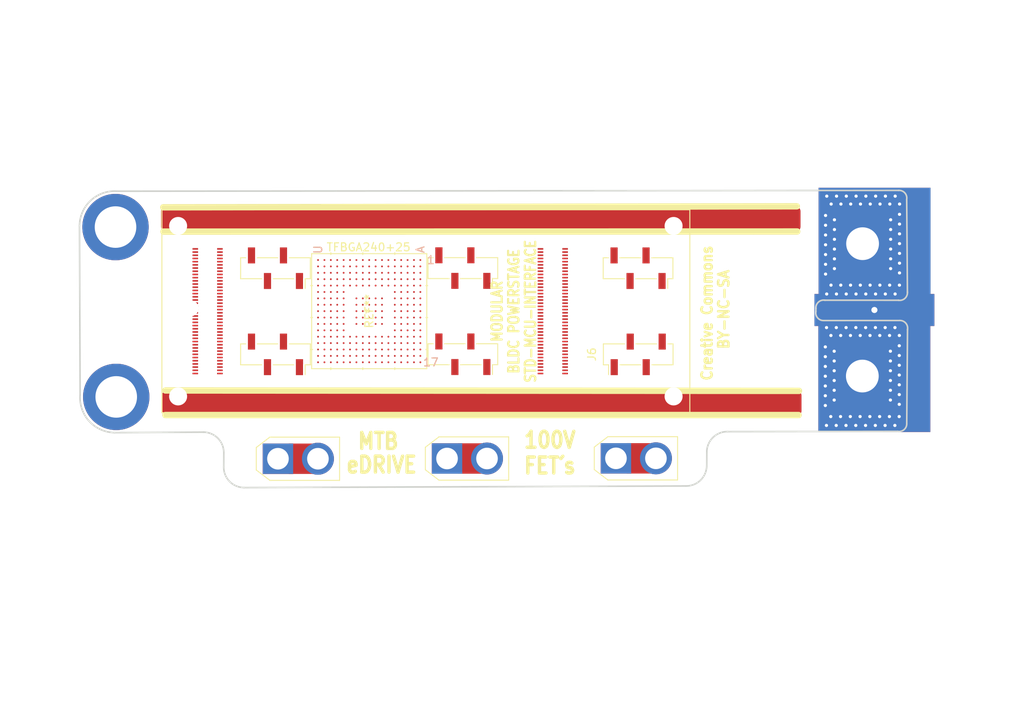
<source format=kicad_pcb>
(kicad_pcb (version 20211014) (generator pcbnew)
  (layers (0 "F.Cu" signal) (31 "B.Cu" signal) (34 "B.Paste" user) (35 "F.Paste" user) (36 "B.SilkS" user "B.Silkscreen") (37 "F.SilkS" user "F.Silkscreen") (38 "B.Mask" user) (39 "F.Mask" user) (44 "Edge.Cuts" user))
  (net 0 "")
  (net 1 "RES_GATE")
  (net 2 "V")
  (net 3 "HB1_LO")
  (net 4 "HB1_HO")
  (net 5 "VIN")
  (net 6 "GND")
  (net 7 "HB2_LO")
  (net 8 "HB2_HO")
  (net 9 "W")
  (net 10 "3.3v")
  (net 11 "GND2")
  (net 12 "ANA_OUT1")
  (net 13 "ANA_OUT2")
  (net 14 "VOLTAGE_DIV")
  (net 15 "NTC2")
  (net 16 "NTC3")
  (net 17 "U")
  (net 18 "HB3_HO")
  (net 19 "HB3_LO")
  (footprint "" (layer "F.Cu") (at 191.19 78.59 90)
    (fp_text reference "" (at 0 0 90) (layer "F.SilkS") (effects (font (size 1.27 1.27))))
    (fp_text value "" (at 0 0 90) (layer "F.SilkS") (effects (font (size 1.27 1.27))))
    (fp_text user "${REFERENCE}" (at -16.451428 -0.03 90) (layer "F.SilkS") (effects (font (size 1.27 1.27))))
    (fp_text user "${VALUE}" (at -16.451428 -0.03 90) (layer "F.SilkS") (effects (font (size 1.27 1.27))))
    (pad "1" thru_hole rect (at 0 0) (size 14 14) (drill 4.1 (offset 1.5 0)) (layers *.Cu *.Mask) (net 5 "VIN"))
  )
  (footprint "" (layer "F.Cu") (at 157.005002 98.09)
    (fp_text reference "" (at 0 0) (layer "F.SilkS") (effects (font (size 1.27 1.27))))
    (fp_text value "" (at 0 0) (layer "F.SilkS") (effects (font (size 1.27 1.27))))
  )
  (footprint "Connector_AMASS:AMASS_XT30U-F_1x02_P5.0mm_Vertical" (layer "F.Cu") (at 139.210102 105.4816)
    (fp_text reference "REF**" hide)
    (fp_text value "e" hide)
    (pad "1" smd rect (at 3.26 0) (size 3.8 3.8) (layers "F.Cu" "F.Paste" "F.Mask"))
    (pad "1" thru_hole rect (at 0 0) (size 3.8 3.8) (drill 2.7) (layers *.Cu *.Mask))
    (pad "2" thru_hole circle (at 5 0) (size 4 4) (drill 2.7) (layers *.Cu *.Mask))
  )
  (footprint "STM32H745XGH6:STM32H745XGH6" (layer "F.Cu") (at 129.475 87.035217 -90)
    (fp_text reference "REF**" (at 0 0 90) (layer "F.SilkS"))
    (fp_text value "TFBGA240+25" (at -8.005217 0.075 180) (layer "F.SilkS"))
    (fp_text user "A" (at -7.7089 -6.399999 90) (layer "B.SilkS"))
    (fp_text user "U" (at -7.7089 6.399999 90) (layer "B.SilkS"))
    (fp_text user "1" (at -6.399999 -7.7089) (layer "B.SilkS"))
    (fp_text user "17" (at 6.399999 -7.7089) (layer "B.SilkS"))
    (fp_text user "17" (at 6.399999 -7.7089) (layer "F.SilkS"))
    (fp_text user "*" (at 0 0 90) (layer "F.SilkS"))
    (fp_text user "A" (at -7.7089 -6.399999 90) (layer "F.SilkS"))
    (fp_text user "U" (at -7.7089 6.399999 90) (layer "F.SilkS"))
    (fp_text user "1" (at -6.399999 -7.7089) (layer "F.SilkS"))
    (pad "A1" smd circle locked (at -6.399999 -6.399999 270) (size 0.2286 0.2286) (layers "F.Cu" "F.Paste" "F.Mask"))
    (pad "A2" smd circle locked (at -5.599999 -6.399999 270) (size 0.2286 0.2286) (layers "F.Cu" "F.Paste" "F.Mask"))
    (pad "A3" smd circle locked (at -4.8 -6.399999 270) (size 0.2286 0.2286) (layers "F.Cu" "F.Paste" "F.Mask"))
    (pad "A4" smd circle locked (at -4 -6.399999 270) (size 0.2286 0.2286) (layers "F.Cu" "F.Paste" "F.Mask"))
    (pad "A5" smd circle locked (at -3.2 -6.399999 270) (size 0.2286 0.2286) (layers "F.Cu" "F.Paste" "F.Mask"))
    (pad "A6" smd circle locked (at -2.4 -6.399999 270) (size 0.2286 0.2286) (layers "F.Cu" "F.Paste" "F.Mask"))
    (pad "A7" smd circle locked (at -1.6 -6.399999 270) (size 0.2286 0.2286) (layers "F.Cu" "F.Paste" "F.Mask"))
    (pad "A8" smd circle locked (at -0.8 -6.399999 270) (size 0.2286 0.2286) (layers "F.Cu" "F.Paste" "F.Mask"))
    (pad "A9" smd circle locked (at 0 -6.399999 270) (size 0.2286 0.2286) (layers "F.Cu" "F.Paste" "F.Mask"))
    (pad "A10" smd circle locked (at 0.8 -6.399999 270) (size 0.2286 0.2286) (layers "F.Cu" "F.Paste" "F.Mask"))
    (pad "A11" smd circle locked (at 1.6 -6.399999 270) (size 0.2286 0.2286) (layers "F.Cu" "F.Paste" "F.Mask"))
    (pad "A12" smd circle locked (at 2.4 -6.399999 270) (size 0.2286 0.2286) (layers "F.Cu" "F.Paste" "F.Mask"))
    (pad "A13" smd circle locked (at 3.2 -6.399999 270) (size 0.2286 0.2286) (layers "F.Cu" "F.Paste" "F.Mask"))
    (pad "A14" smd circle locked (at 3.999999 -6.399999 270) (size 0.2286 0.2286) (layers "F.Cu" "F.Paste" "F.Mask"))
    (pad "A15" smd circle locked (at 4.799999 -6.399999 270) (size 0.2286 0.2286) (layers "F.Cu" "F.Paste" "F.Mask"))
    (pad "A16" smd circle locked (at 5.599999 -6.399999 270) (size 0.2286 0.2286) (layers "F.Cu" "F.Paste" "F.Mask"))
    (pad "A17" smd circle locked (at 6.399999 -6.399999 270) (size 0.2286 0.2286) (layers "F.Cu" "F.Paste" "F.Mask"))
    (pad "B1" smd circle locked (at -6.399999 -5.599999 270) (size 0.2286 0.2286) (layers "F.Cu" "F.Paste" "F.Mask"))
    (pad "B2" smd circle locked (at -5.599999 -5.599999 270) (size 0.2286 0.2286) (layers "F.Cu" "F.Paste" "F.Mask"))
    (pad "B3" smd circle locked (at -4.8 -5.599999 270) (size 0.2286 0.2286) (layers "F.Cu" "F.Paste" "F.Mask"))
    (pad "B4" smd circle locked (at -4 -5.599999 270) (size 0.2286 0.2286) (layers "F.Cu" "F.Paste" "F.Mask"))
    (pad "B5" smd circle locked (at -3.2 -5.599999 270) (size 0.2286 0.2286) (layers "F.Cu" "F.Paste" "F.Mask"))
    (pad "B6" smd circle locked (at -2.4 -5.599999 270) (size 0.2286 0.2286) (layers "F.Cu" "F.Paste" "F.Mask"))
    (pad "B7" smd circle locked (at -1.6 -5.599999 270) (size 0.2286 0.2286) (layers "F.Cu" "F.Paste" "F.Mask"))
    (pad "B8" smd circle locked (at -0.8 -5.599999 270) (size 0.2286 0.2286) (layers "F.Cu" "F.Paste" "F.Mask"))
    (pad "B9" smd circle locked (at 0 -5.599999 270) (size 0.2286 0.2286) (layers "F.Cu" "F.Paste" "F.Mask"))
    (pad "B10" smd circle locked (at 0.8 -5.599999 270) (size 0.2286 0.2286) (layers "F.Cu" "F.Paste" "F.Mask"))
    (pad "B11" smd circle locked (at 1.6 -5.599999 270) (size 0.2286 0.2286) (layers "F.Cu" "F.Paste" "F.Mask"))
    (pad "B12" smd circle locked (at 2.4 -5.599999 270) (size 0.2286 0.2286) (layers "F.Cu" "F.Paste" "F.Mask"))
    (pad "B13" smd circle locked (at 3.2 -5.599999 270) (size 0.2286 0.2286) (layers "F.Cu" "F.Paste" "F.Mask"))
    (pad "B14" smd circle locked (at 3.999999 -5.599999 270) (size 0.2286 0.2286) (layers "F.Cu" "F.Paste" "F.Mask"))
    (pad "B15" smd circle locked (at 4.799999 -5.599999 270) (size 0.2286 0.2286) (layers "F.Cu" "F.Paste" "F.Mask"))
    (pad "B16" smd circle locked (at 5.599999 -5.599999 270) (size 0.2286 0.2286) (layers "F.Cu" "F.Paste" "F.Mask"))
    (pad "B17" smd circle locked (at 6.399999 -5.599999 270) (size 0.2286 0.2286) (layers "F.Cu" "F.Paste" "F.Mask"))
    (pad "C1" smd circle locked (at -6.399999 -4.8 270) (size 0.2286 0.2286) (layers "F.Cu" "F.Paste" "F.Mask"))
    (pad "C2" smd circle locked (at -5.599999 -4.8 270) (size 0.2286 0.2286) (layers "F.Cu" "F.Paste" "F.Mask"))
    (pad "C3" smd circle locked (at -4.8 -4.8 270) (size 0.2286 0.2286) (layers "F.Cu" "F.Paste" "F.Mask"))
    (pad "C4" smd circle locked (at -4 -4.8 270) (size 0.2286 0.2286) (layers "F.Cu" "F.Paste" "F.Mask"))
    (pad "C5" smd circle locked (at -3.2 -4.8 270) (size 0.2286 0.2286) (layers "F.Cu" "F.Paste" "F.Mask"))
    (pad "C6" smd circle locked (at -2.4 -4.8 270) (size 0.2286 0.2286) (layers "F.Cu" "F.Paste" "F.Mask"))
    (pad "C7" smd circle locked (at -1.6 -4.8 270) (size 0.2286 0.2286) (layers "F.Cu" "F.Paste" "F.Mask"))
    (pad "C8" smd circle locked (at -0.8 -4.8 270) (size 0.2286 0.2286) (layers "F.Cu" "F.Paste" "F.Mask"))
    (pad "C9" smd circle locked (at 0 -4.8 270) (size 0.2286 0.2286) (layers "F.Cu" "F.Paste" "F.Mask"))
    (pad "C10" smd circle locked (at 0.8 -4.8 270) (size 0.2286 0.2286) (layers "F.Cu" "F.Paste" "F.Mask"))
    (pad "C11" smd circle locked (at 1.6 -4.8 270) (size 0.2286 0.2286) (layers "F.Cu" "F.Paste" "F.Mask"))
    (pad "C12" smd circle locked (at 2.4 -4.8 270) (size 0.2286 0.2286) (layers "F.Cu" "F.Paste" "F.Mask"))
    (pad "C13" smd circle locked (at 3.2 -4.8 270) (size 0.2286 0.2286) (layers "F.Cu" "F.Paste" "F.Mask"))
    (pad "C14" smd circle locked (at 3.999999 -4.8 270) (size 0.2286 0.2286) (layers "F.Cu" "F.Paste" "F.Mask"))
    (pad "C15" smd circle locked (at 4.799999 -4.8 270) (size 0.2286 0.2286) (layers "F.Cu" "F.Paste" "F.Mask"))
    (pad "C16" smd circle locked (at 5.599999 -4.8 270) (size 0.2286 0.2286) (layers "F.Cu" "F.Paste" "F.Mask"))
    (pad "C17" smd circle locked (at 6.399999 -4.8 270) (size 0.2286 0.2286) (layers "F.Cu" "F.Paste" "F.Mask"))
    (pad "D1" smd circle locked (at -6.399999 -4 270) (size 0.2286 0.2286) (layers "F.Cu" "F.Paste" "F.Mask"))
    (pad "D2" smd circle locked (at -5.599999 -4 270) (size 0.2286 0.2286) (layers "F.Cu" "F.Paste" "F.Mask"))
    (pad "D3" smd circle locked (at -4.8 -4 270) (size 0.2286 0.2286) (layers "F.Cu" "F.Paste" "F.Mask"))
    (pad "D4" smd circle locked (at -4 -4 270) (size 0.2286 0.2286) (layers "F.Cu" "F.Paste" "F.Mask"))
    (pad "D5" smd circle locked (at -3.2 -4 270) (size 0.2286 0.2286) (layers "F.Cu" "F.Paste" "F.Mask"))
    (pad "D6" smd circle locked (at -2.4 -4 270) (size 0.2286 0.2286) (layers "F.Cu" "F.Paste" "F.Mask"))
    (pad "D7" smd circle locked (at -1.6 -4 270) (size 0.2286 0.2286) (layers "F.Cu" "F.Paste" "F.Mask"))
    (pad "D8" smd circle locked (at -0.8 -4 270) (size 0.2286 0.2286) (layers "F.Cu" "F.Paste" "F.Mask"))
    (pad "D9" smd circle locked (at 0 -4 270) (size 0.2286 0.2286) (layers "F.Cu" "F.Paste" "F.Mask"))
    (pad "D10" smd circle locked (at 0.8 -4 270) (size 0.2286 0.2286) (layers "F.Cu" "F.Paste" "F.Mask"))
    (pad "D11" smd circle locked (at 1.6 -4 270) (size 0.2286 0.2286) (layers "F.Cu" "F.Paste" "F.Mask"))
    (pad "D12" smd circle locked (at 2.4 -4 270) (size 0.2286 0.2286) (layers "F.Cu" "F.Paste" "F.Mask"))
    (pad "D13" smd circle locked (at 3.2 -4 270) (size 0.2286 0.2286) (layers "F.Cu" "F.Paste" "F.Mask"))
    (pad "D14" smd circle locked (at 3.999999 -4 270) (size 0.2286 0.2286) (layers "F.Cu" "F.Paste" "F.Mask"))
    (pad "D15" smd circle locked (at 4.799999 -4 270) (size 0.2286 0.2286) (layers "F.Cu" "F.Paste" "F.Mask"))
    (pad "D16" smd circle locked (at 5.599999 -4 270) (size 0.2286 0.2286) (layers "F.Cu" "F.Paste" "F.Mask"))
    (pad "D17" smd circle locked (at 6.399999 -4 270) (size 0.2286 0.2286) (layers "F.Cu" "F.Paste" "F.Mask"))
    (pad "E1" smd circle locked (at -6.399999 -3.2 270) (size 0.2286 0.2286) (layers "F.Cu" "F.Paste" "F.Mask"))
    (pad "E2" smd circle locked (at -5.599999 -3.2 270) (size 0.2286 0.2286) (layers "F.Cu" "F.Paste" "F.Mask"))
    (pad "E3" smd circle locked (at -4.8 -3.2 270) (size 0.2286 0.2286) (layers "F.Cu" "F.Paste" "F.Mask"))
    (pad "E4" smd circle locked (at -4 -3.2 270) (size 0.2286 0.2286) (layers "F.Cu" "F.Paste" "F.Mask"))
    (pad "E5" smd circle locked (at -3.2 -3.2 270) (size 0.2286 0.2286) (layers "F.Cu" "F.Paste" "F.Mask"))
    (pad "E6" smd circle locked (at -2.4 -3.2 270) (size 0.2286 0.2286) (layers "F.Cu" "F.Paste" "F.Mask"))
    (pad "E7" smd circle locked (at -1.6 -3.2 270) (size 0.2286 0.2286) (layers "F.Cu" "F.Paste" "F.Mask"))
    (pad "E8" smd circle locked (at -0.8 -3.2 270) (size 0.2286 0.2286) (layers "F.Cu" "F.Paste" "F.Mask"))
    (pad "E9" smd circle locked (at 0 -3.2 270) (size 0.2286 0.2286) (layers "F.Cu" "F.Paste" "F.Mask"))
    (pad "E10" smd circle locked (at 0.8 -3.2 270) (size 0.2286 0.2286) (layers "F.Cu" "F.Paste" "F.Mask"))
    (pad "E11" smd circle locked (at 1.6 -3.2 270) (size 0.2286 0.2286) (layers "F.Cu" "F.Paste" "F.Mask"))
    (pad "E12" smd circle locked (at 2.4 -3.2 270) (size 0.2286 0.2286) (layers "F.Cu" "F.Paste" "F.Mask"))
    (pad "E13" smd circle locked (at 3.2 -3.2 270) (size 0.2286 0.2286) (layers "F.Cu" "F.Paste" "F.Mask"))
    (pad "E14" smd circle locked (at 3.999999 -3.2 270) (size 0.2286 0.2286) (layers "F.Cu" "F.Paste" "F.Mask"))
    (pad "E15" smd circle locked (at 4.799999 -3.2 270) (size 0.2286 0.2286) (layers "F.Cu" "F.Paste" "F.Mask"))
    (pad "E16" smd circle locked (at 5.599999 -3.2 270) (size 0.2286 0.2286) (layers "F.Cu" "F.Paste" "F.Mask"))
    (pad "E17" smd circle locked (at 6.399999 -3.2 270) (size 0.2286 0.2286) (layers "F.Cu" "F.Paste" "F.Mask"))
    (pad "F1" smd circle locked (at -6.399999 -2.4 270) (size 0.2286 0.2286) (layers "F.Cu" "F.Paste" "F.Mask"))
    (pad "F2" smd circle locked (at -5.599999 -2.4 270) (size 0.2286 0.2286) (layers "F.Cu" "F.Paste" "F.Mask"))
    (pad "F3" smd circle locked (at -4.8 -2.4 270) (size 0.2286 0.2286) (layers "F.Cu" "F.Paste" "F.Mask"))
    (pad "F4" smd circle locked (at -4 -2.4 270) (size 0.2286 0.2286) (layers "F.Cu" "F.Paste" "F.Mask"))
    (pad "F5" smd circle locked (at -3.2 -2.4 270) (size 0.2286 0.2286) (layers "F.Cu" "F.Paste" "F.Mask"))
    (pad "F13" smd circle locked (at 3.2 -2.4 270) (size 0.2286 0.2286) (layers "F.Cu" "F.Paste" "F.Mask"))
    (pad "F14" smd circle locked (at 3.999999 -2.4 270) (size 0.2286 0.2286) (layers "F.Cu" "F.Paste" "F.Mask"))
    (pad "F15" smd circle locked (at 4.799999 -2.4 270) (size 0.2286 0.2286) (layers "F.Cu" "F.Paste" "F.Mask"))
    (pad "F16" smd circle locked (at 5.599999 -2.4 270) (size 0.2286 0.2286) (layers "F.Cu" "F.Paste" "F.Mask"))
    (pad "F17" smd circle locked (at 6.399999 -2.4 270) (size 0.2286 0.2286) (layers "F.Cu" "F.Paste" "F.Mask"))
    (pad "G1" smd circle locked (at -6.399999 -1.6 270) (size 0.2286 0.2286) (layers "F.Cu" "F.Paste" "F.Mask"))
    (pad "G2" smd circle locked (at -5.599999 -1.6 270) (size 0.2286 0.2286) (layers "F.Cu" "F.Paste" "F.Mask"))
    (pad "G3" smd circle locked (at -4.8 -1.6 270) (size 0.2286 0.2286) (layers "F.Cu" "F.Paste" "F.Mask"))
    (pad "G4" smd circle locked (at -4 -1.6 270) (size 0.2286 0.2286) (layers "F.Cu" "F.Paste" "F.Mask"))
    (pad "G5" smd circle locked (at -3.2 -1.6 270) (size 0.2286 0.2286) (layers "F.Cu" "F.Paste" "F.Mask"))
    (pad "G7" smd circle locked (at -1.6 -1.6 270) (size 0.2286 0.2286) (layers "F.Cu" "F.Paste" "F.Mask"))
    (pad "G8" smd circle locked (at -0.8 -1.6 270) (size 0.2286 0.2286) (layers "F.Cu" "F.Paste" "F.Mask"))
    (pad "G9" smd circle locked (at 0 -1.6 270) (size 0.2286 0.2286) (layers "F.Cu" "F.Paste" "F.Mask"))
    (pad "G10" smd circle locked (at 0.8 -1.6 270) (size 0.2286 0.2286) (layers "F.Cu" "F.Paste" "F.Mask"))
    (pad "G11" smd circle locked (at 1.6 -1.6 270) (size 0.2286 0.2286) (layers "F.Cu" "F.Paste" "F.Mask"))
    (pad "G13" smd circle locked (at 3.2 -1.6 270) (size 0.2286 0.2286) (layers "F.Cu" "F.Paste" "F.Mask"))
    (pad "G14" smd circle locked (at 3.999999 -1.6 270) (size 0.2286 0.2286) (layers "F.Cu" "F.Paste" "F.Mask"))
    (pad "G15" smd circle locked (at 4.799999 -1.6 270) (size 0.2286 0.2286) (layers "F.Cu" "F.Paste" "F.Mask"))
    (pad "G16" smd circle locked (at 5.599999 -1.6 270) (size 0.2286 0.2286) (layers "F.Cu" "F.Paste" "F.Mask"))
    (pad "G17" smd circle locked (at 6.399999 -1.6 270) (size 0.2286 0.2286) (layers "F.Cu" "F.Paste" "F.Mask"))
    (pad "H1" smd circle locked (at -6.399999 -0.8 270) (size 0.2286 0.2286) (layers "F.Cu" "F.Paste" "F.Mask"))
    (pad "H2" smd circle locked (at -5.599999 -0.8 270) (size 0.2286 0.2286) (layers "F.Cu" "F.Paste" "F.Mask"))
    (pad "H3" smd circle locked (at -4.8 -0.8 270) (size 0.2286 0.2286) (layers "F.Cu" "F.Paste" "F.Mask"))
    (pad "H4" smd circle locked (at -4 -0.8 270) (size 0.2286 0.2286) (layers "F.Cu" "F.Paste" "F.Mask"))
    (pad "H5" smd circle locked (at -3.2 -0.8 270) (size 0.2286 0.2286) (layers "F.Cu" "F.Paste" "F.Mask"))
    (pad "H7" smd circle locked (at -1.6 -0.8 270) (size 0.2286 0.2286) (layers "F.Cu" "F.Paste" "F.Mask"))
    (pad "H8" smd circle locked (at -0.8 -0.8 270) (size 0.2286 0.2286) (layers "F.Cu" "F.Paste" "F.Mask"))
    (pad "H9" smd circle locked (at 0 -0.8 270) (size 0.2286 0.2286) (layers "F.Cu" "F.Paste" "F.Mask"))
    (pad "H10" smd circle locked (at 0.8 -0.8 270) (size 0.2286 0.2286) (layers "F.Cu" "F.Paste" "F.Mask"))
    (pad "H11" smd circle locked (at 1.6 -0.8 270) (size 0.2286 0.2286) (layers "F.Cu" "F.Paste" "F.Mask"))
    (pad "H13" smd circle locked (at 3.2 -0.8 270) (size 0.2286 0.2286) (layers "F.Cu" "F.Paste" "F.Mask"))
    (pad "H14" smd circle locked (at 3.999999 -0.8 270) (size 0.2286 0.2286) (layers "F.Cu" "F.Paste" "F.Mask"))
    (pad "H15" smd circle locked (at 4.799999 -0.8 270) (size 0.2286 0.2286) (layers "F.Cu" "F.Paste" "F.Mask"))
    (pad "H16" smd circle locked (at 5.599999 -0.8 270) (size 0.2286 0.2286) (layers "F.Cu" "F.Paste" "F.Mask"))
    (pad "H17" smd circle locked (at 6.399999 -0.8 270) (size 0.2286 0.2286) (layers "F.Cu" "F.Paste" "F.Mask"))
    (pad "J1" smd circle locked (at -6.399999 0 270) (size 0.2286 0.2286) (layers "F.Cu" "F.Paste" "F.Mask"))
    (pad "J2" smd circle locked (at -5.599999 0 270) (size 0.2286 0.2286) (layers "F.Cu" "F.Paste" "F.Mask"))
    (pad "J3" smd circle locked (at -4.8 0 270) (size 0.2286 0.2286) (layers "F.Cu" "F.Paste" "F.Mask"))
    (pad "J4" smd circle locked (at -4 0 270) (size 0.2286 0.2286) (layers "F.Cu" "F.Paste" "F.Mask"))
    (pad "J5" smd circle locked (at -3.2 0 270) (size 0.2286 0.2286) (layers "F.Cu" "F.Paste" "F.Mask"))
    (pad "J7" smd circle locked (at -1.6 0 270) (size 0.2286 0.2286) (layers "F.Cu" "F.Paste" "F.Mask"))
    (pad "J8" smd circle locked (at -0.8 0 270) (size 0.2286 0.2286) (layers "F.Cu" "F.Paste" "F.Mask"))
    (pad "J9" smd circle locked (at 0 0 270) (size 0.2286 0.2286) (layers "F.Cu" "F.Paste" "F.Mask"))
    (pad "J10" smd circle locked (at 0.8 0 270) (size 0.2286 0.2286) (layers "F.Cu" "F.Paste" "F.Mask"))
    (pad "J11" smd circle locked (at 1.6 0 270) (size 0.2286 0.2286) (layers "F.Cu" "F.Paste" "F.Mask"))
    (pad "J13" smd circle locked (at 3.2 0 270) (size 0.2286 0.2286) (layers "F.Cu" "F.Paste" "F.Mask"))
    (pad "J14" smd circle locked (at 3.999999 0 270) (size 0.2286 0.2286) (layers "F.Cu" "F.Paste" "F.Mask"))
    (pad "J15" smd circle locked (at 4.799999 0 270) (size 0.2286 0.2286) (layers "F.Cu" "F.Paste" "F.Mask"))
    (pad "J16" smd circle locked (at 5.599999 0 270) (size 0.2286 0.2286) (layers "F.Cu" "F.Paste" "F.Mask"))
    (pad "J17" smd circle locked (at 6.399999 0 270) (size 0.2286 0.2286) (layers "F.Cu" "F.Paste" "F.Mask"))
    (pad "K1" smd circle locked (at -6.399999 0.8 270) (size 0.2286 0.2286) (layers "F.Cu" "F.Paste" "F.Mask"))
    (pad "K2" smd circle locked (at -5.599999 0.8 270) (size 0.2286 0.2286) (layers "F.Cu" "F.Paste" "F.Mask"))
    (pad "K3" smd circle locked (at -4.8 0.8 270) (size 0.2286 0.2286) (layers "F.Cu" "F.Paste" "F.Mask"))
    (pad "K4" smd circle locked (at -4 0.8 270) (size 0.2286 0.2286) (layers "F.Cu" "F.Paste" "F.Mask"))
    (pad "K5" smd circle locked (at -3.2 0.8 270) (size 0.2286 0.2286) (layers "F.Cu" "F.Paste" "F.Mask"))
    (pad "K7" smd circle locked (at -1.6 0.8 270) (size 0.2286 0.2286) (layers "F.Cu" "F.Paste" "F.Mask"))
    (pad "K8" smd circle locked (at -0.8 0.8 270) (size 0.2286 0.2286) (layers "F.Cu" "F.Paste" "F.Mask"))
    (pad "K9" smd circle locked (at 0 0.8 270) (size 0.2286 0.2286) (layers "F.Cu" "F.Paste" "F.Mask"))
    (pad "K10" smd circle locked (at 0.8 0.8 270) (size 0.2286 0.2286) (layers "F.Cu" "F.Paste" "F.Mask"))
    (pad "K11" smd circle locked (at 1.6 0.8 270) (size 0.2286 0.2286) (layers "F.Cu" "F.Paste" "F.Mask"))
    (pad "K13" smd circle locked (at 3.2 0.8 270) (size 0.2286 0.2286) (layers "F.Cu" "F.Paste" "F.Mask"))
    (pad "K14" smd circle locked (at 3.999999 0.8 270) (size 0.2286 0.2286) (layers "F.Cu" "F.Paste" "F.Mask"))
    (pad "K15" smd circle locked (at 4.799999 0.8 270) (size 0.2286 0.2286) (layers "F.Cu" "F.Paste" "F.Mask"))
    (pad "K16" smd circle locked (at 5.599999 0.8 270) (size 0.2286 0.2286) (layers "F.Cu" "F.Paste" "F.Mask"))
    (pad "K17" smd circle locked (at 6.399999 0.8 270) (size 0.2286 0.2286) (layers "F.Cu" "F.Paste" "F.Mask"))
    (pad "L1" smd circle locked (at -6.399999 1.6 270) (size 0.2286 0.2286) (layers "F.Cu" "F.Paste" "F.Mask"))
    (pad "L2" smd circle locked (at -5.599999 1.6 270) (size 0.2286 0.2286) (layers "F.Cu" "F.Paste" "F.Mask"))
    (pad "L3" smd circle locked (at -4.8 1.6 270) (size 0.2286 0.2286) (layers "F.Cu" "F.Paste" "F.Mask"))
    (pad "L4" smd circle locked (at -4 1.6 270) (size 0.2286 0.2286) (layers "F.Cu" "F.Paste" "F.Mask"))
    (pad "L5" smd circle locked (at -3.2 1.6 270) (size 0.2286 0.2286) (layers "F.Cu" "F.Paste" "F.Mask"))
    (pad "L7" smd circle locked (at -1.6 1.6 270) (size 0.2286 0.2286) (layers "F.Cu" "F.Paste" "F.Mask"))
    (pad "L8" smd circle locked (at -0.8 1.6 270) (size 0.2286 0.2286) (layers "F.Cu" "F.Paste" "F.Mask"))
    (pad "L9" smd circle locked (at 0 1.6 270) (size 0.2286 0.2286) (layers "F.Cu" "F.Paste" "F.Mask"))
    (pad "L10" smd circle locked (at 0.8 1.6 270) (size 0.2286 0.2286) (layers "F.Cu" "F.Paste" "F.Mask"))
    (pad "L11" smd circle locked (at 1.6 1.6 270) (size 0.2286 0.2286) (layers "F.Cu" "F.Paste" "F.Mask"))
    (pad "L13" smd circle locked (at 3.2 1.6 270) (size 0.2286 0.2286) (layers "F.Cu" "F.Paste" "F.Mask"))
    (pad "L14" smd circle locked (at 3.999999 1.6 270) (size 0.2286 0.2286) (layers "F.Cu" "F.Paste" "F.Mask"))
    (pad "L15" smd circle locked (at 4.799999 1.6 270) (size 0.2286 0.2286) (layers "F.Cu" "F.Paste" "F.Mask"))
    (pad "L16" smd circle locked (at 5.599999 1.6 270) (size 0.2286 0.2286) (layers "F.Cu" "F.Paste" "F.Mask"))
    (pad "L17" smd circle locked (at 6.399999 1.6 270) (size 0.2286 0.2286) (layers "F.Cu" "F.Paste" "F.Mask"))
    (pad "M1" smd circle locked (at -6.399999 2.4 270) (size 0.2286 0.2286) (layers "F.Cu" "F.Paste" "F.Mask"))
    (pad "M2" smd circle locked (at -5.599999 2.4 270) (size 0.2286 0.2286) (layers "F.Cu" "F.Paste" "F.Mask"))
    (pad "M3" smd circle locked (at -4.8 2.4 270) (size 0.2286 0.2286) (layers "F.Cu" "F.Paste" "F.Mask"))
    (pad "M4" smd circle locked (at -4 2.4 270) (size 0.2286 0.2286) (layers "F.Cu" "F.Paste" "F.Mask"))
    (pad "M5" smd circle locked (at -3.2 2.4 270) (size 0.2286 0.2286) (layers "F.Cu" "F.Paste" "F.Mask"))
    (pad "M13" smd circle locked (at 3.2 2.4 270) (size 0.2286 0.2286) (layers "F.Cu" "F.Paste" "F.Mask"))
    (pad "M14" smd circle locked (at 3.999999 2.4 270) (size 0.2286 0.2286) (layers "F.Cu" "F.Paste" "F.Mask"))
    (pad "M15" smd circle locked (at 4.799999 2.4 270) (size 0.2286 0.2286) (layers "F.Cu" "F.Paste" "F.Mask"))
    (pad "M16" smd circle locked (at 5.599999 2.4 270) (size 0.2286 0.2286) (layers "F.Cu" "F.Paste" "F.Mask"))
    (pad "M17" smd circle locked (at 6.399999 2.4 270) (size 0.2286 0.2286) (layers "F.Cu" "F.Paste" "F.Mask"))
    (pad "N1" smd circle locked (at -6.399999 3.2 270) (size 0.2286 0.2286) (layers "F.Cu" "F.Paste" "F.Mask"))
    (pad "N2" smd circle locked (at -5.599999 3.2 270) (size 0.2286 0.2286) (layers "F.Cu" "F.Paste" "F.Mask"))
    (pad "N3" smd circle locked (at -4.8 3.2 270) (size 0.2286 0.2286) (layers "F.Cu" "F.Paste" "F.Mask"))
    (pad "N4" smd circle locked (at -4 3.2 270) (size 0.2286 0.2286) (layers "F.Cu" "F.Paste" "F.Mask"))
    (pad "N5" smd circle locked (at -3.2 3.2 270) (size 0.2286 0.2286) (layers "F.Cu" "F.Paste" "F.Mask"))
    (pad "N6" smd circle locked (at -2.4 3.2 270) (size 0.2286 0.2286) (layers "F.Cu" "F.Paste" "F.Mask"))
    (pad "N7" smd circle locked (at -1.6 3.2 270) (size 0.2286 0.2286) (layers "F.Cu" "F.Paste" "F.Mask"))
    (pad "N8" smd circle locked (at -0.8 3.2 270) (size 0.2286 0.2286) (layers "F.Cu" "F.Paste" "F.Mask"))
    (pad "N9" smd circle locked (at 0 3.2 270) (size 0.2286 0.2286) (layers "F.Cu" "F.Paste" "F.Mask"))
    (pad "N10" smd circle locked (at 0.8 3.2 270) (size 0.2286 0.2286) (layers "F.Cu" "F.Paste" "F.Mask"))
    (pad "N11" smd circle locked (at 1.6 3.2 270) (size 0.2286 0.2286) (layers "F.Cu" "F.Paste" "F.Mask"))
    (pad "N12" smd circle locked (at 2.4 3.2 270) (size 0.2286 0.2286) (layers "F.Cu" "F.Paste" "F.Mask"))
    (pad "N13" smd circle locked (at 3.2 3.2 270) (size 0.2286 0.2286) (layers "F.Cu" "F.Paste" "F.Mask"))
    (pad "N14" smd circle locked (at 3.999999 3.2 270) (size 0.2286 0.2286) (layers "F.Cu" "F.Paste" "F.Mask"))
    (pad "N15" smd circle locked (at 4.799999 3.2 270) (size 0.2286 0.2286) (layers "F.Cu" "F.Paste" "F.Mask"))
    (pad "N16" smd circle locked (at 5.599999 3.2 270) (size 0.2286 0.2286) (layers "F.Cu" "F.Paste" "F.Mask"))
    (pad "N17" smd circle locked (at 6.399999 3.2 270) (size 0.2286 0.2286) (layers "F.Cu" "F.Paste" "F.Mask"))
    (pad "P1" smd circle locked (at -6.399999 3.999999 270) (size 0.2286 0.2286) (layers "F.Cu" "F.Paste" "F.Mask"))
    (pad "P2" smd circle locked (at -5.599999 3.999999 270) (size 0.2286 0.2286) (layers "F.Cu" "F.Paste" "F.Mask"))
    (pad "P3" smd circle locked (at -4.8 3.999999 270) (size 0.2286 0.2286) (layers "F.Cu" "F.Paste" "F.Mask"))
    (pad "P4" smd circle locked (at -4 3.999999 270) (size 0.2286 0.2286) (layers "F.Cu" "F.Paste" "F.Mask"))
    (pad "P5" smd circle locked (at -3.2 3.999999 270) (size 0.2286 0.2286) (layers "F.Cu" "F.Paste" "F.Mask"))
    (pad "P6" smd circle locked (at -2.4 3.999999 270) (size 0.2286 0.2286) (layers "F.Cu" "F.Paste" "F.Mask"))
    (pad "P7" smd circle locked (at -1.6 3.999999 270) (size 0.2286 0.2286) (layers "F.Cu" "F.Paste" "F.Mask"))
    (pad "P8" smd circle locked (at -0.8 3.999999 270) (size 0.2286 0.2286) (layers "F.Cu" "F.Paste" "F.Mask"))
    (pad "P9" smd circle locked (at 0 3.999999 270) (size 0.2286 0.2286) (layers "F.Cu" "F.Paste" "F.Mask"))
    (pad "P10" smd circle locked (at 0.8 3.999999 270) (size 0.2286 0.2286) (layers "F.Cu" "F.Paste" "F.Mask"))
    (pad "P11" smd circle locked (at 1.6 3.999999 270) (size 0.2286 0.2286) (layers "F.Cu" "F.Paste" "F.Mask"))
    (pad "P12" smd circle locked (at 2.4 3.999999 270) (size 0.2286 0.2286) (layers "F.Cu" "F.Paste" "F.Mask"))
    (pad "P13" smd circle locked (at 3.2 3.999999 270) (size 0.2286 0.2286) (layers "F.Cu" "F.Paste" "F.Mask"))
    (pad "P14" smd circle locked (at 3.999999 3.999999 270) (size 0.2286 0.2286) (layers "F.Cu" "F.Paste" "F.Mask"))
    (pad "P15" smd circle locked (at 4.799999 3.999999 270) (size 0.2286 0.2286) (layers "F.Cu" "F.Paste" "F.Mask"))
    (pad "P16" smd circle locked (at 5.599999 3.999999 270) (size 0.2286 0.2286) (layers "F.Cu" "F.Paste" "F.Mask"))
    (pad "P17" smd circle locked (at 6.399999 3.999999 270) (size 0.2286 0.2286) (layers "F.Cu" "F.Paste" "F.Mask"))
    (pad "R1" smd circle locked (at -6.399999 4.799999 270) (size 0.2286 0.2286) (layers "F.Cu" "F.Paste" "F.Mask"))
    (pad "R2" smd circle locked (at -5.599999 4.799999 270) (size 0.2286 0.2286) (layers "F.Cu" "F.Paste" "F.Mask"))
    (pad "R3" smd circle locked (at -4.8 4.799999 270) (size 0.2286 0.2286) (layers "F.Cu" "F.Paste" "F.Mask"))
    (pad "R4" smd circle locked (at -4 4.799999 270) (size 0.2286 0.2286) (layers "F.Cu" "F.Paste" "F.Mask"))
    (pad "R5" smd circle locked (at -3.2 4.799999 270) (size 0.2286 0.2286) (layers "F.Cu" "F.Paste" "F.Mask"))
    (pad "R6" smd circle locked (at -2.4 4.799999 270) (size 0.2286 0.2286) (layers "F.Cu" "F.Paste" "F.Mask"))
    (pad "R7" smd circle locked (at -1.6 4.799999 270) (size 0.2286 0.2286) (layers "F.Cu" "F.Paste" "F.Mask"))
    (pad "R8" smd circle locked (at -0.8 4.799999 270) (size 0.2286 0.2286) (layers "F.Cu" "F.Paste" "F.Mask"))
    (pad "R9" smd circle locked (at 0 4.799999 270) (size 0.2286 0.2286) (layers "F.Cu" "F.Paste" "F.Mask"))
    (pad "R10" smd circle locked (at 0.8 4.799999 270) (size 0.2286 0.2286) (layers "F.Cu" "F.Paste" "F.Mask"))
    (pad "R11" smd circle locked (at 1.6 4.799999 270) (size 0.2286 0.2286) (layers "F.Cu" "F.Paste" "F.Mask"))
    (pad "R12" smd circle locked (at 2.4 4.799999 270) (size 0.2286 0.2286) (layers "F.Cu" "F.Paste" "F.Mask"))
    (pad "R13" smd circle locked (at 3.2 4.799999 270) (size 0.2286 0.2286) (layers "F.Cu" "F.Paste" "F.Mask"))
    (pad "R14" smd circle locked (at 3.999999 4.799999 270) (size 0.2286 0.2286) (layers "F.Cu" "F.Paste" "F.Mask"))
    (pad "R15" smd circle locked (at 4.799999 4.799999 270) (size 0.2286 0.2286) (layers "F.Cu" "F.Paste" "F.Mask"))
    (pad "R16" smd circle locked (at 5.599999 4.799999 270) (size 0.2286 0.2286) (layers "F.Cu" "F.Paste" "F.Mask"))
    (pad "R17" smd circle locked (at 6.399999 4.799999 270) (size 0.2286 0.2286) (layers "F.Cu" "F.Paste" "F.Mask"))
    (pad "T1" smd circle locked (at -6.399999 5.599999 270) (size 0.2286 0.2286) (layers "F.Cu" "F.Paste" "F.Mask"))
    (pad "T2" smd circle locked (at -5.599999 5.599999 270) (size 0.2286 0.2286) (layers "F.Cu" "F.Paste" "F.Mask"))
    (pad "T3" smd circle locked (at -4.8 5.599999 270) (size 0.2286 0.2286) (layers "F.Cu" "F.Paste" "F.Mask"))
    (pad "T4" smd circle locked (at -4 5.599999 270) (size 0.2286 0.2286) (layers "F.Cu" "F.Paste" "F.Mask"))
    (pad "T5" smd circle locked (at -3.2 5.599999 270) (size 0.2286 0.2286) (layers "F.Cu" "F.Paste" "F.Mask"))
    (pad "T6" smd circle locked (at -2.4 5.599999 270) (size 0.2286 0.2286) (layers "F.Cu" "F.Paste" "F.Mask"))
    (pad "T7" smd circle locked (at -1.6 5.599999 270) (size 0.2286 0.2286) (layers "F.Cu" "F.Paste" "F.Mask"))
    (pad "T8" smd circle locked (at -0.8 5.599999 270) (size 0.2286 0.2286) (layers "F.Cu" "F.Paste" "F.Mask"))
    (pad "T9" smd circle locked (at 0 5.599999 270) (size 0.2286 0.2286) (layers "F.Cu" "F.Paste" "F.Mask"))
    (pad "T10" smd circle locked (at 0.8 5.599999 270) (size 0.2286 0.2286) (layers "F.Cu" "F.Paste" "F.Mask"))
    (pad "T11" smd circle locked (at 1.6 5.599999 270) (size 0.2286 0.2286) (layers "F.Cu" "F.Paste" "F.Mask"))
    (pad "T12" smd circle locked (at 2.4 5.599999 270) (size 0.2286 0.2286) (layers "F.Cu" "F.Paste" "F.Mask"))
    (pad "T13" smd circle locked (at 3.2 5.599999 270) (size 0.2286 0.2286) (layers "F.Cu" "F.Paste" "F.Mask"))
    (pad "T14" smd circle locked (at 3.999999 5.599999 270) (size 0.2286 0.2286) (layers "F.Cu" "F.Paste" "F.Mask"))
    (pad "T15" smd circle locked (at 4.799999 5.599999 270) (size 0.2286 0.2286) (layers "F.Cu" "F.Paste" "F.Mask"))
    (pad "T16" smd circle locked (at 5.599999 5.599999 270) (size 0.2286 0.2286) (layers "F.Cu" "F.Paste" "F.Mask"))
    (pad "T17" smd circle locked (at 6.399999 5.599999 270) (size 0.2286 0.2286) (layers "F.Cu" "F.Paste" "F.Mask"))
    (pad "U1" smd circle locked (at -6.399999 6.399999 270) (size 0.2286 0.2286) (layers "F.Cu" "F.Paste" "F.Mask"))
    (pad "U2" smd circle locked (at -5.599999 6.399999 270) (size 0.2286 0.2286) (layers "F.Cu" "F.Paste" "F.Mask"))
    (pad "U3" smd circle locked (at -4.8 6.399999 270) (size 0.2286 0.2286) (layers "F.Cu" "F.Paste" "F.Mask"))
    (pad "U4" smd circle locked (at -4 6.399999 270) (size 0.2286 0.2286) (layers "F.Cu" "F.Paste" "F.Mask"))
    (pad "U5" smd circle locked (at -3.2 6.399999 270) (size 0.2286 0.2286) (layers "F.Cu" "F.Paste" "F.Mask"))
    (pad "U6" smd circle locked (at -2.4 6.399999 270) (size 0.2286 0.2286) (layers "F.Cu" "F.Paste" "F.Mask"))
    (pad "U7" smd circle locked (at -1.6 6.399999 270) (size 0.2286 0.2286) (layers "F.Cu" "F.Paste" "F.Mask"))
    (pad "U8" smd circle locked (at -0.8 6.399999 270) (size 0.2286 0.2286) (layers "F.Cu" "F.Paste" "F.Mask"))
    (pad "U9" smd circle locked (at 0 6.399999 270) (size 0.2286 0.2286) (layers "F.Cu" "F.Paste" "F.Mask"))
    (pad "U10" smd circle locked (at 0.8 6.399999 270) (size 0.2286 0.2286) (layers "F.Cu" "F.Paste" "F.Mask"))
    (pad "U11" smd circle locked (at 1.6 6.399999 270) (size 0.2286 0.2286) (layers "F.Cu" "F.Paste" "F.Mask"))
    (pad "U12" smd circle locked (at 2.4 6.399999 270) (size 0.2286 0.2286) (layers "F.Cu" "F.Paste" "F.Mask"))
    (pad "U13" smd circle locked (at 3.2 6.399999 270) (size 0.2286 0.2286) (layers "F.Cu" "F.Paste" "F.Mask"))
    (pad "U14" smd circle locked (at 3.999999 6.399999 270) (size 0.2286 0.2286) (layers "F.Cu" "F.Paste" "F.Mask"))
    (pad "U15" smd circle locked (at 4.799999 6.399999 270) (size 0.2286 0.2286) (layers "F.Cu" "F.Paste" "F.Mask"))
    (pad "U16" smd circle locked (at 5.599999 6.399999 270) (size 0.2286 0.2286) (layers "F.Cu" "F.Paste" "F.Mask"))
    (pad "U17" smd circle locked (at 6.399999 6.399999 270) (size 0.2286 0.2286) (layers "F.Cu" "F.Paste" "F.Mask"))
  )
  (footprint "BusBar" (layer "F.Cu") (at 160.82 78.62 180)
    (fp_text reference "REF**" hide)
    (fp_text value "BusBar")
    (pad "1" smd oval (at -11.573156 3.05 180) (size 1 2) (layers "F.Cu" "F.Paste" "F.Mask"))
    (pad "1" smd oval (at 23.526841 3.05 180) (size 1 2) (layers "F.Cu" "F.Paste" "F.Mask"))
    (pad "1" smd oval (at -16.178945 3.05 180) (size 1 2) (layers "F.Cu" "F.Paste" "F.Mask"))
    (pad "1" smd oval (at 32.738419 3.05 180) (size 1 2) (layers "F.Cu" "F.Paste" "F.Mask"))
    (pad "1" smd oval (at 17.385789 3.05 180) (size 1 2) (layers "F.Cu" "F.Paste" "F.Mask"))
    (pad "1" smd oval (at 31.203156 3.05 180) (size 1 2) (layers "F.Cu" "F.Paste" "F.Mask"))
    (pad "1" smd oval (at -2.361578 3.05 180) (size 1 2) (layers "F.Cu" "F.Paste" "F.Mask"))
    (pad "1" smd oval (at 20.456315 3.05 180) (size 1 2) (layers "F.Cu" "F.Paste" "F.Mask"))
    (pad "1" smd oval (at 6.85 3.05 180) (size 1 2) (layers "F.Cu" "F.Paste" "F.Mask"))
    (pad "1" smd oval (at 28.13263 3.05 180) (size 1 2) (layers "F.Cu" "F.Paste" "F.Mask"))
    (pad "1" smd oval (at -0.826315 3.05 180) (size 1 2) (layers "F.Cu" "F.Paste" "F.Mask"))
    (pad "1" smd oval (at 11.455792 3.05 180) (size 1 2) (layers "F.Cu" "F.Paste" "F.Mask"))
    (pad "1" smd oval (at 0.708948 3.05 180) (size 1 2) (layers "F.Cu" "F.Paste" "F.Mask"))
    (pad "1" smd oval (at 44.965266 3.05 180) (size 1 2) (layers "F.Cu" "F.Paste" "F.Mask"))
    (pad "1" smd oval (at 35.808945 3.05 180) (size 1 2) (layers "F.Cu" "F.Paste" "F.Mask"))
    (pad "1" smd oval (at -17.714208 3.05 180) (size 1 2) (layers "F.Cu" "F.Paste" "F.Mask"))
    (pad "1" smd oval (at 41.95 3.05 180) (size 1 2) (layers "F.Cu" "F.Paste" "F.Mask"))
    (pad "1" smd oval (at -13.108419 3.05 180) (size 1 2) (layers "F.Cu" "F.Paste" "F.Mask"))
    (pad "1" smd oval (at 3.779474 3.05 180) (size 1 2) (layers "F.Cu" "F.Paste" "F.Mask"))
    (pad "1" smd oval (at 34.273682 3.05 180) (size 1 2) (layers "F.Cu" "F.Paste" "F.Mask"))
    (pad "1" smd oval (at 29.667893 3.05 180) (size 1 2) (layers "F.Cu" "F.Paste" "F.Mask"))
    (pad "1" smd oval (at 9.920526 3.05 180) (size 1 2) (layers "F.Cu" "F.Paste" "F.Mask"))
    (pad "1" smd oval (at 8.385263 3.05 180) (size 1 2) (layers "F.Cu" "F.Paste" "F.Mask"))
    (pad "1" smd oval (at 5.314737 3.05 180) (size 1 2) (layers "F.Cu" "F.Paste" "F.Mask"))
    (pad "1" smd oval (at -6.967367 3.05 180) (size 1 2) (layers "F.Cu" "F.Paste" "F.Mask"))
    (pad "1" smd oval (at 25.062104 3.05 180) (size 1 2) (layers "F.Cu" "F.Paste" "F.Mask"))
    (pad "1" smd oval (at 15.850526 3.05 180) (size 1 2) (layers "F.Cu" "F.Paste" "F.Mask"))
    (pad "1" smd oval (at 18.921052 3.05 180) (size 1 2) (layers "F.Cu" "F.Paste" "F.Mask"))
    (pad "1" smd oval (at -14.643682 3.05 180) (size 1 2) (layers "F.Cu" "F.Paste" "F.Mask"))
    (pad "1" smd oval (at 43.43 3.05 180) (size 1 2) (layers "F.Cu" "F.Paste" "F.Mask"))
    (pad "1" smd oval (at 40.414734 3.05 180) (size 1 2) (layers "F.Cu" "F.Paste" "F.Mask"))
    (pad "1" smd oval (at 38.879471 3.05 180) (size 1 2) (layers "F.Cu" "F.Paste" "F.Mask"))
    (pad "1" smd oval (at 37.344208 3.05 180) (size 1 2) (layers "F.Cu" "F.Paste" "F.Mask"))
    (pad "1" smd oval (at 26.597367 3.05 180) (size 1 2) (layers "F.Cu" "F.Paste" "F.Mask"))
    (pad "1" smd oval (at -3.896841 3.05 180) (size 1 2) (layers "F.Cu" "F.Paste" "F.Mask"))
    (pad "1" smd oval (at 14.315263 3.05 180) (size 1 2) (layers "F.Cu" "F.Paste" "F.Mask"))
    (pad "1" smd oval (at -10.037893 3.05 180) (size 1 2) (layers "F.Cu" "F.Paste" "F.Mask"))
    (pad "1" smd oval (at 2.244211 3.05 180) (size 1 2) (layers "F.Cu" "F.Paste" "F.Mask"))
    (pad "1" smd oval (at 21.991578 3.05 180) (size 1 2) (layers "F.Cu" "F.Paste" "F.Mask"))
    (pad "1" smd oval (at 12.78 3.05 180) (size 1 2) (layers "F.Cu" "F.Paste" "F.Mask"))
    (pad "1" smd oval (at -5.432104 3.05 180) (size 1 2) (layers "F.Cu" "F.Paste" "F.Mask"))
    (pad "1" smd oval (at -8.50263 3.05 180) (size 1 2) (layers "F.Cu" "F.Paste" "F.Mask"))
    (pad "1" smd roundrect (at 17.391578 3.12 180) (size 80 3.2) (layers "F.Cu" "F.Mask") (roundrect_rratio 0.2))
  )
  (footprint "Connector_PinSocket_2.00mm:PinSocket_1x04_P2.00mm_Vertical_SMD_Pin1Right" (layer "F.Cu") (at 163.105 81.66 -90)
    (fp_text reference "J3" hide)
    (fp_text value "PinSocket_1x04_P2.00mm_Vertical_SMD_Pin1Right" hide)
    (pad "1" smd rect (at 1.6 -3 270) (size 2 0.9) (layers "F.Cu" "F.Paste" "F.Mask") (net 5 "VIN"))
    (pad "2" smd rect (at -1.6 -1 270) (size 2 0.9) (layers "F.Cu" "F.Paste" "F.Mask") (net 18 "HB3_HO"))
    (pad "3" smd rect (at 1.6 1 270) (size 2 0.9) (layers "F.Cu" "F.Paste" "F.Mask") (net 17 "U"))
    (pad "4" smd rect (at -1.6 3 270) (size 2 0.9) (layers "F.Cu" "F.Paste" "F.Mask") (net 19 "HB3_LO"))
  )
  (footprint "Connector_AMASS:AMASS_XT30U-F_1x02_P5.0mm_Vertical" (layer "F.Cu") (at 160.34 105.46)
    (fp_text reference "REF**" hide)
    (fp_text value "AMASS_XT30U-F_1x02_P5.0mm_Vertical" hide)
    (pad "1" thru_hole rect (at 0 0) (size 3.8 3.8) (drill 2.7) (layers *.Cu *.Mask))
    (pad "1" smd rect (at 3.26 0) (size 3.8 3.8) (layers "F.Cu" "F.Paste" "F.Mask"))
    (pad "2" thru_hole circle (at 5 0) (size 4 4) (drill 2.7) (layers *.Cu *.Mask))
  )
  (footprint "Connector_PinSocket_2.00mm:PinSocket_1x04_P2.00mm_Vertical_SMD_Pin1Right" (layer "F.Cu") (at 117.750155 81.66 -90)
    (fp_text reference "J1" hide)
    (fp_text value "PinSocket_1x04_P2.00mm_Vertical_SMD_Pin1Right" hide)
    (pad "1" smd rect (at 1.6 -3 270) (size 2 0.9) (layers "F.Cu" "F.Paste" "F.Mask") (net 4 "HB1_HO"))
    (pad "3" smd rect (at -1.6 -1 270) (size 2 0.9) (layers "F.Cu" "F.Paste" "F.Mask") (net 3 "HB1_LO"))
    (pad "3" smd rect (at 1.6 1 270) (size 2 0.9) (layers "F.Cu" "F.Paste" "F.Mask") (net 2 "V"))
    (pad "4" smd rect (at -1.6 3 270) (size 2 0.9) (layers "F.Cu" "F.Paste" "F.Mask") (net 1 "RES_GATE"))
  )
  (footprint "" (layer "F.Cu") (at 179.135002 97.98)
    (fp_text reference "" (at 0 0) (layer "F.SilkS") (effects (font (size 1.27 1.27))))
    (fp_text value "" (at 0 0) (layer "F.SilkS") (effects (font (size 1.27 1.27))))
  )
  (footprint "Connector_PinSocket_2.00mm:PinSocket_1x04_P2.00mm_Vertical_SMD_Pin1Right" (layer "F.Cu") (at 141.19 92.43 -90)
    (fp_text reference "J5" hide)
    (fp_text value "PinSocket_1x04_P2.00mm_Vertical_SMD_Pin1Right" hide)
    (pad "1" smd rect (at 1.6 -3 270) (size 2 0.9) (layers "F.Cu" "F.Paste" "F.Mask") (net 16 "NTC3"))
    (pad "3" smd rect (at -1.6 -1 270) (size 2 0.9) (layers "F.Cu" "F.Paste" "F.Mask") (net 11 "GND2"))
    (pad "3" smd rect (at 1.6 1 270) (size 2 0.9) (layers "F.Cu" "F.Paste" "F.Mask") (net 13 "ANA_OUT2"))
    (pad "4" smd rect (at -1.6 3 270) (size 2 0.9) (layers "F.Cu" "F.Paste" "F.Mask") (net 10 "3.3v"))
  )
  (footprint "STSPIN32G4:MODULE_ABX00042" (layer "F.Cu") (at 136.56 87.04 -90)
    (fp_text reference "REF**" hide)
    (fp_text value "MODULE_ABX00042")
    (pad "" np_thru_hole circle locked (at 10.67 -30.99 270) (size 2.25 2.25) (drill 2.25) (layers *.Cu *.Mask))
    (pad "" np_thru_hole circle locked (at -10.67 30.99 270) (size 2.25 2.25) (drill 2.25) (layers *.Cu *.Mask))
    (pad "" np_thru_hole circle locked (at 10.67 30.99 270) (size 2.25 2.25) (drill 2.25) (layers *.Cu *.Mask))
    (pad "" np_thru_hole circle locked (at -10.67 -30.99 270) (size 2.25 2.25) (drill 2.25) (layers *.Cu *.Mask))
    (pad "J1_1" smd rect locked (at -7.8 -17.42 270) (size 0.2 0.7) (layers "F.Cu" "F.Paste" "F.Mask"))
    (pad "J1_2" smd rect locked (at -7.8 -14.34 270) (size 0.2 0.7) (layers "F.Cu" "F.Paste" "F.Mask"))
    (pad "J1_3" smd rect locked (at -7.4 -17.42 270) (size 0.2 0.7) (layers "F.Cu" "F.Paste" "F.Mask"))
    (pad "J1_4" smd rect locked (at -7.4 -14.34 270) (size 0.2 0.7) (layers "F.Cu" "F.Paste" "F.Mask"))
    (pad "J1_5" smd rect locked (at -7 -17.42 270) (size 0.2 0.7) (layers "F.Cu" "F.Paste" "F.Mask"))
    (pad "J1_6" smd rect locked (at -7 -14.34 270) (size 0.2 0.7) (layers "F.Cu" "F.Paste" "F.Mask"))
    (pad "J1_7" smd rect locked (at -6.6 -17.42 270) (size 0.2 0.7) (layers "F.Cu" "F.Paste" "F.Mask"))
    (pad "J1_8" smd rect locked (at -6.6 -14.34 270) (size 0.2 0.7) (layers "F.Cu" "F.Paste" "F.Mask"))
    (pad "J1_9" smd rect locked (at -6.2 -17.42 270) (size 0.2 0.7) (layers "F.Cu" "F.Paste" "F.Mask"))
    (pad "J1_10" smd rect locked (at -6.2 -14.34 270) (size 0.2 0.7) (layers "F.Cu" "F.Paste" "F.Mask"))
    (pad "J1_11" smd rect locked (at -5.8 -17.42 270) (size 0.2 0.7) (layers "F.Cu" "F.Paste" "F.Mask"))
    (pad "J1_12" smd rect locked (at -5.8 -14.34 270) (size 0.2 0.7) (layers "F.Cu" "F.Paste" "F.Mask"))
    (pad "J1_13" smd rect locked (at -5.4 -17.42 270) (size 0.2 0.7) (layers "F.Cu" "F.Paste" "F.Mask"))
    (pad "J1_14" smd rect locked (at -5.4 -14.34 270) (size 0.2 0.7) (layers "F.Cu" "F.Paste" "F.Mask"))
    (pad "J1_15" smd rect locked (at -5 -17.42 270) (size 0.2 0.7) (layers "F.Cu" "F.Paste" "F.Mask"))
    (pad "J1_16" smd rect locked (at -5 -14.34 270) (size 0.2 0.7) (layers "F.Cu" "F.Paste" "F.Mask"))
    (pad "J1_17" smd rect locked (at -4.6 -17.42 270) (size 0.2 0.7) (layers "F.Cu" "F.Paste" "F.Mask"))
    (pad "J1_18" smd rect locked (at -4.6 -14.34 270) (size 0.2 0.7) (layers "F.Cu" "F.Paste" "F.Mask"))
    (pad "J1_19" smd rect locked (at -4.2 -17.42 270) (size 0.2 0.7) (layers "F.Cu" "F.Paste" "F.Mask"))
    (pad "J1_20" smd rect locked (at -4.2 -14.34 270) (size 0.2 0.7) (layers "F.Cu" "F.Paste" "F.Mask"))
    (pad "J1_21" smd rect locked (at -3.8 -17.42 270) (size 0.2 0.7) (layers "F.Cu" "F.Paste" "F.Mask"))
    (pad "J1_22" smd rect locked (at -3.8 -14.34 270) (size 0.2 0.7) (layers "F.Cu" "F.Paste" "F.Mask"))
    (pad "J1_23" smd rect locked (at -3.4 -17.42 270) (size 0.2 0.7) (layers "F.Cu" "F.Paste" "F.Mask"))
    (pad "J1_24" smd rect locked (at -3.4 -14.34 270) (size 0.2 0.7) (layers "F.Cu" "F.Paste" "F.Mask"))
    (pad "J1_25" smd rect locked (at -3 -17.42 270) (size 0.2 0.7) (layers "F.Cu" "F.Paste" "F.Mask"))
    (pad "J1_26" smd rect locked (at -3 -14.34 270) (size 0.2 0.7) (layers "F.Cu" "F.Paste" "F.Mask"))
    (pad "J1_27" smd rect locked (at -2.6 -17.42 270) (size 0.2 0.7) (layers "F.Cu" "F.Paste" "F.Mask"))
    (pad "J1_28" smd rect locked (at -2.6 -14.34 270) (size 0.2 0.7) (layers "F.Cu" "F.Paste" "F.Mask"))
    (pad "J1_29" smd rect locked (at -2.2 -17.42 270) (size 0.2 0.7) (layers "F.Cu" "F.Paste" "F.Mask"))
    (pad "J1_30" smd rect locked (at -2.2 -14.34 270) (size 0.2 0.7) (layers "F.Cu" "F.Paste" "F.Mask"))
    (pad "J1_31" smd rect locked (at -1.8 -17.42 270) (size 0.2 0.7) (layers "F.Cu" "F.Paste" "F.Mask"))
    (pad "J1_32" smd rect locked (at -1.8 -14.34 270) (size 0.2 0.7) (layers "F.Cu" "F.Paste" "F.Mask"))
    (pad "J1_33" smd rect locked (at -1.4 -17.42 270) (size 0.2 0.7) (layers "F.Cu" "F.Paste" "F.Mask"))
    (pad "J1_34" smd rect locked (at -1.4 -14.34 270) (size 0.2 0.7) (layers "F.Cu" "F.Paste" "F.Mask"))
    (pad "J1_35" smd rect locked (at -1 -17.42 270) (size 0.2 0.7) (layers "F.Cu" "F.Paste" "F.Mask"))
    (pad "J1_36" smd rect locked (at -1 -14.34 270) (size 0.2 0.7) (layers "F.Cu" "F.Paste" "F.Mask"))
    (pad "J1_37" smd rect locked (at -0.6 -17.42 270) (size 0.2 0.7) (layers "F.Cu" "F.Paste" "F.Mask"))
    (pad "J1_38" smd rect locked (at -0.6 -14.34 270) (size 0.2 0.7) (layers "F.Cu" "F.Paste" "F.Mask"))
    (pad "J1_39" smd rect locked (at -0.2 -17.42 270) (size 0.2 0.7) (layers "F.Cu" "F.Paste" "F.Mask"))
    (pad "J1_40" smd rect locked (at -0.2 -14.34 270) (size 0.2 0.7) (layers "F.Cu" "F.Paste" "F.Mask"))
    (pad "J1_41" smd rect locked (at 0.2 -17.42 270) (size 0.2 0.7) (layers "F.Cu" "F.Paste" "F.Mask"))
    (pad "J1_42" smd rect locked (at 0.2 -14.34 270) (size 0.2 0.7) (layers "F.Cu" "F.Paste" "F.Mask"))
    (pad "J1_43" smd rect locked (at 0.6 -17.42 270) (size 0.2 0.7) (layers "F.Cu" "F.Paste" "F.Mask"))
    (pad "J1_44" smd rect locked (at 0.6 -14.34 270) (size 0.2 0.7) (layers "F.Cu" "F.Paste" "F.Mask"))
    (pad "J1_45" smd rect locked (at 1 -17.42 270) (size 0.2 0.7) (layers "F.Cu" "F.Paste" "F.Mask"))
    (pad "J1_46" smd rect locked (at 1 -14.34 270) (size 0.2 0.7) (layers "F.Cu" "F.Paste" "F.Mask"))
    (pad "J1_47" smd rect locked (at 1.4 -17.42 270) (size 0.2 0.7) (layers "F.Cu" "F.Paste" "F.Mask"))
    (pad "J1_48" smd rect locked (at 1.4 -14.34 270) (size 0.2 0.7) (layers "F.Cu" "F.Paste" "F.Mask"))
    (pad "J1_49" smd rect locked (at 1.8 -17.42 270) (size 0.2 0.7) (layers "F.Cu" "F.Paste" "F.Mask"))
    (pad "J1_50" smd rect locked (at 1.8 -14.34 270) (size 0.2 0.7) (layers "F.Cu" "F.Paste" "F.Mask"))
    (pad "J1_51" smd rect locked (at 2.2 -17.42 270) (size 0.2 0.7) (layers "F.Cu" "F.Paste" "F.Mask"))
    (pad "J1_52" smd rect locked (at 2.2 -14.34 270) (size 0.2 0.7) (layers "F.Cu" "F.Paste" "F.Mask"))
    (pad "J1_53" smd rect locked (at 2.6 -17.42 270) (size 0.2 0.7) (layers "F.Cu" "F.Paste" "F.Mask"))
    (pad "J1_54" smd rect locked (at 2.6 -14.34 270) (size 0.2 0.7) (layers "F.Cu" "F.Paste" "F.Mask"))
    (pad "J1_55" smd rect locked (at 3 -17.42 270) (size 0.2 0.7) (layers "F.Cu" "F.Paste" "F.Mask"))
    (pad "J1_56" smd rect locked (at 3 -14.34 270) (size 0.2 0.7) (layers "F.Cu" "F.Paste" "F.Mask"))
    (pad "J1_57" smd rect locked (at 3.4 -17.42 270) (size 0.2 0.7) (layers "F.Cu" "F.Paste" "F.Mask"))
    (pad "J1_58" smd rect locked (at 3.4 -14.34 270) (size 0.2 0.7) (layers "F.Cu" "F.Paste" "F.Mask"))
    (pad "J1_59" smd rect locked (at 3.8 -17.42 270) (size 0.2 0.7) (layers "F.Cu" "F.Paste" "F.Mask"))
    (pad "J1_60" smd rect locked (at 3.8 -14.34 270) (size 0.2 0.7) (layers "F.Cu" "F.Paste" "F.Mask"))
    (pad "J1_61" smd rect locked (at 4.2 -17.42 270) (size 0.2 0.7) (layers "F.Cu" "F.Paste" "F.Mask"))
    (pad "J1_62" smd rect locked (at 4.2 -14.34 270) (size 0.2 0.7) (layers "F.Cu" "F.Paste" "F.Mask"))
    (pad "J1_63" smd rect locked (at 4.6 -17.42 270) (size 0.2 0.7) (layers "F.Cu" "F.Paste" "F.Mask"))
    (pad "J1_64" smd rect locked (at 4.6 -14.34 270) (size 0.2 0.7) (layers "F.Cu" "F.Paste" "F.Mask"))
    (pad "J1_65" smd rect locked (at 5 -17.42 270) (size 0.2 0.7) (layers "F.Cu" "F.Paste" "F.Mask"))
    (pad "J1_66" smd rect locked (at 5 -14.34 270) (size 0.2 0.7) (layers "F.Cu" "F.Paste" "F.Mask"))
    (pad "J1_67" smd rect locked (at 5.4 -17.42 270) (size 0.2 0.7) (layers "F.Cu" "F.Paste" "F.Mask"))
    (pad "J1_68" smd rect locked (at 5.4 -14.34 270) (size 0.2 0.7) (layers "F.Cu" "F.Paste" "F.Mask"))
    (pad "J1_69" smd rect locked (at 5.8 -17.42 270) (size 0.2 0.7) (layers "F.Cu" "F.Paste" "F.Mask"))
    (pad "J1_70" smd rect locked (at 5.8 -14.34 270) (size 0.2 0.7) (layers "F.Cu" "F.Paste" "F.Mask"))
    (pad "J1_71" smd rect locked (at 6.2 -17.42 270) (size 0.2 0.7) (layers "F.Cu" "F.Paste" "F.Mask"))
    (pad "J1_72" smd rect locked (at 6.2 -14.34 270) (size 0.2 0.7) (layers "F.Cu" "F.Paste" "F.Mask"))
    (pad "J1_73" smd rect locked (at 6.6 -17.42 270) (size 0.2 0.7) (layers "F.Cu" "F.Paste" "F.Mask"))
    (pad "J1_74" smd rect locked (at 6.6 -14.34 270) (size 0.2 0.7) (layers "F.Cu" "F.Paste" "F.Mask"))
    (pad "J1_75" smd rect locked (at 7 -17.42 270) (size 0.2 0.7) (layers "F.Cu" "F.Paste" "F.Mask"))
    (pad "J1_76" smd rect locked (at 7 -14.34 270) (size 0.2 0.7) (layers "F.Cu" "F.Paste" "F.Mask"))
    (pad "J1_77" smd rect locked (at 7.4 -17.42 270) (size 0.2 0.7) (layers "F.Cu" "F.Paste" "F.Mask"))
    (pad "J1_78" smd rect locked (at 7.4 -14.34 270) (size 0.2 0.7) (layers "F.Cu" "F.Paste" "F.Mask"))
    (pad "J1_79" smd rect locked (at 7.8 -17.42 270) (size 0.2 0.7) (layers "F.Cu" "F.Paste" "F.Mask"))
    (pad "J1_80" smd rect locked (at 7.8 -14.34 270) (size 0.2 0.7) (layers "F.Cu" "F.Paste" "F.Mask"))
    (pad "J2_1" smd rect locked (at 7.8 28.84 270) (size 0.2 0.7) (layers "F.Cu" "F.Paste" "F.Mask"))
    (pad "J2_2" smd rect locked (at 7.8 25.76 270) (size 0.2 0.7) (layers "F.Cu" "F.Paste" "F.Mask"))
    (pad "J2_3" smd rect locked (at 7.4 28.84 270) (size 0.2 0.7) (layers "F.Cu" "F.Paste" "F.Mask"))
    (pad "J2_4" smd rect locked (at 7.4 25.76 270) (size 0.2 0.7) (layers "F.Cu" "F.Paste" "F.Mask"))
    (pad "J2_5" smd rect locked (at 7 28.84 270) (size 0.2 0.7) (layers "F.Cu" "F.Paste" "F.Mask"))
    (pad "J2_6" smd rect locked (at 7 25.76 270) (size 0.2 0.7) (layers "F.Cu" "F.Paste" "F.Mask"))
    (pad "J2_7" smd rect locked (at 6.6 28.84 270) (size 0.2 0.7) (layers "F.Cu" "F.Paste" "F.Mask"))
    (pad "J2_8" smd rect locked (at 6.6 25.76 270) (size 0.2 0.7) (layers "F.Cu" "F.Paste" "F.Mask"))
    (pad "J2_9" smd rect locked (at 6.2 28.84 270) (size 0.2 0.7) (layers "F.Cu" "F.Paste" "F.Mask"))
    (pad "J2_10" smd rect locked (at 6.2 25.76 270) (size 0.2 0.7) (layers "F.Cu" "F.Paste" "F.Mask"))
    (pad "J2_11" smd rect locked (at 5.8 28.84 270) (size 0.2 0.7) (layers "F.Cu" "F.Paste" "F.Mask"))
    (pad "J2_12" smd rect locked (at 5.8 25.76 270) (size 0.2 0.7) (layers "F.Cu" "F.Paste" "F.Mask"))
    (pad "J2_13" smd rect locked (at 5.4 28.84 270) (size 0.2 0.7) (layers "F.Cu" "F.Paste" "F.Mask"))
    (pad "J2_14" smd rect locked (at 5.4 25.76 270) (size 0.2 0.7) (layers "F.Cu" "F.Paste" "F.Mask"))
    (pad "J2_15" smd rect locked (at 5 28.84 270) (size 0.2 0.7) (layers "F.Cu" "F.Paste" "F.Mask"))
    (pad "J2_16" smd rect locked (at 5 25.76 270) (size 0.2 0.7) (layers "F.Cu" "F.Paste" "F.Mask"))
    (pad "J2_17" smd rect locked (at 4.6 28.84 270) (size 0.2 0.7) (layers "F.Cu" "F.Paste" "F.Mask"))
    (pad "J2_18" smd rect locked (at 4.6 25.76 270) (size 0.2 0.7) (layers "F.Cu" "F.Paste" "F.Mask"))
    (pad "J2_19" smd rect locked (at 4.2 28.84 270) (size 0.2 0.7) (layers "F.Cu" "F.Paste" "F.Mask"))
    (pad "J2_20" smd rect locked (at 4.2 25.76 270) (size 0.2 0.7) (layers "F.Cu" "F.Paste" "F.Mask"))
    (pad "J2_21" smd rect locked (at 3.8 28.84 270) (size 0.2 0.7) (layers "F.Cu" "F.Paste" "F.Mask"))
    (pad "J2_22" smd rect locked (at 3.8 25.76 270) (size 0.2 0.7) (layers "F.Cu" "F.Paste" "F.Mask"))
    (pad "J2_23" smd rect locked (at 3.4 28.84 270) (size 0.2 0.7) (layers "F.Cu" "F.Paste" "F.Mask"))
    (pad "J2_24" smd rect locked (at 3.4 25.76 270) (size 0.2 0.7) (layers "F.Cu" "F.Paste" "F.Mask"))
    (pad "J2_25" smd rect locked (at 3 28.84 270) (size 0.2 0.7) (layers "F.Cu" "F.Paste" "F.Mask"))
    (pad "J2_26" smd rect locked (at 3 25.76 270) (size 0.2 0.7) (layers "F.Cu" "F.Paste" "F.Mask"))
    (pad "J2_27" smd rect locked (at 2.6 28.84 270) (size 0.2 0.7) (layers "F.Cu" "F.Paste" "F.Mask"))
    (pad "J2_28" smd rect locked (at 2.6 25.76 270) (size 0.2 0.7) (layers "F.Cu" "F.Paste" "F.Mask"))
    (pad "J2_29" smd rect locked (at 2.2 28.84 270) (size 0.2 0.7) (layers "F.Cu" "F.Paste" "F.Mask"))
    (pad "J2_30" smd rect locked (at 2.2 25.76 270) (size 0.2 0.7) (layers "F.Cu" "F.Paste" "F.Mask"))
    (pad "J2_31" smd rect locked (at 1.8 28.84 270) (size 0.2 0.7) (layers "F.Cu" "F.Paste" "F.Mask"))
    (pad "J2_32" smd rect locked (at 1.8 25.76 270) (size 0.2 0.7) (layers "F.Cu" "F.Paste" "F.Mask"))
    (pad "J2_33" smd rect locked (at 1.4 28.84 270) (size 0.2 0.7) (layers "F.Cu" "F.Paste" "F.Mask"))
    (pad "J2_34" smd rect locked (at 1.4 25.76 270) (size 0.2 0.7) (layers "F.Cu" "F.Paste" "F.Mask"))
    (pad "J2_35" smd rect locked (at 1 28.84 270) (size 0.2 0.7) (layers "F.Cu" "F.Paste" "F.Mask"))
    (pad "J2_36" smd rect locked (at 1 25.76 270) (size 0.2 0.7) (layers "F.Cu" "F.Paste" "F.Mask"))
    (pad "J2_37" smd rect locked (at 0.6 28.84 270) (size 0.2 0.7) (layers "F.Cu" "F.Paste" "F.Mask"))
    (pad "J2_38" smd rect locked (at 0.6 25.76 270) (size 0.2 0.7) (layers "F.Cu" "F.Paste" "F.Mask"))
    (pad "J2_39" smd rect locked (at 0.2 28.84 270) (size 0.2 0.7) (layers "F.Cu" "F.Paste" "F.Mask"))
    (pad "J2_40" smd rect locked (at 0.2 25.76 270) (size 0.2 0.7) (layers "F.Cu" "F.Paste" "F.Mask"))
    (pad "J2_41" smd rect locked (at -0.2 28.84 270) (size 0.2 0.7) (layers "F.Cu" "F.Paste" "F.Mask"))
    (pad "J2_42" smd rect locked (at -0.2 25.76 270) (size 0.2 0.7) (layers "F.Cu" "F.Paste" "F.Mask"))
    (pad "J2_43" smd rect locked (at -0.6 28.84 270) (size 0.2 0.7) (layers "F.Cu" "F.Paste" "F.Mask"))
    (pad "J2_44" smd rect locked (at -0.6 25.76 270) (size 0.2 0.7) (layers "F.Cu" "F.Paste" "F.Mask"))
    (pad "J2_45" smd rect locked (at -1 28.84 270) (size 0.2 0.7) (layers "F.Cu" "F.Paste" "F.Mask"))
    (pad "J2_46" smd rect locked (at -1 25.76 270) (size 0.2 0.7) (layers "F.Cu" "F.Paste" "F.Mask"))
    (pad "J2_47" smd rect locked (at -1.4 28.84 270) (size 0.2 0.7) (layers "F.Cu" "F.Paste" "F.Mask"))
    (pad "J2_48" smd rect locked (at -1.4 25.76 270) (size 0.2 0.7) (layers "F.Cu" "F.Paste" "F.Mask"))
    (pad "J2_49" smd rect locked (at -1.8 28.84 270) (size 0.2 0.7) (layers "F.Cu" "F.Paste" "F.Mask"))
    (pad "J2_50" smd rect locked (at -1.8 25.76 270) (size 0.2 0.7) (layers "F.Cu" "F.Paste" "F.Mask"))
    (pad "J2_51" smd rect locked (at -2.2 28.84 270) (size 0.2 0.7) (layers "F.Cu" "F.Paste" "F.Mask"))
    (pad "J2_52" smd rect locked (at -2.2 25.76 270) (size 0.2 0.7) (layers "F.Cu" "F.Paste" "F.Mask"))
    (pad "J2_53" smd rect locked (at -2.6 28.84 270) (size 0.2 0.7) (layers "F.Cu" "F.Paste" "F.Mask"))
    (pad "J2_54" smd rect locked (at -2.6 25.76 270) (size 0.2 0.7) (layers "F.Cu" "F.Paste" "F.Mask"))
    (pad "J2_55" smd rect locked (at -3 28.84 270) (size 0.2 0.7) (layers "F.Cu" "F.Paste" "F.Mask"))
    (pad "J2_56" smd rect locked (at -3 25.76 270) (size 0.2 0.7) (layers "F.Cu" "F.Paste" "F.Mask"))
    (pad "J2_57" smd rect locked (at -3.4 28.84 270) (size 0.2 0.7) (layers "F.Cu" "F.Paste" "F.Mask"))
    (pad "J2_58" smd rect locked (at -3.4 25.76 270) (size 0.2 0.7) (layers "F.Cu" "F.Paste" "F.Mask"))
    (pad "J2_59" smd rect locked (at -3.8 28.84 270) (size 0.2 0.7) (layers "F.Cu" "F.Paste" "F.Mask"))
    (pad "J2_60" smd rect locked (at -3.8 25.76 270) (size 0.2 0.7) (layers "F.Cu" "F.Paste" "F.Mask"))
    (pad "J2_61" smd rect locked (at -4.2 28.84 270) (size 0.2 0.7) (layers "F.Cu" "F.Paste" "F.Mask"))
    (pad "J2_62" smd rect locked (at -4.2 25.76 270) (size 0.2 0.7) (layers "F.Cu" "F.Paste" "F.Mask"))
    (pad "J2_63" smd rect locked (at -4.6 28.84 270) (size 0.2 0.7) (layers "F.Cu" "F.Paste" "F.Mask"))
    (pad "J2_64" smd rect locked (at -4.6 25.76 270) (size 0.2 0.7) (layers "F.Cu" "F.Paste" "F.Mask"))
    (pad "J2_65" smd rect locked (at -5 28.84 270) (size 0.2 0.7) (layers "F.Cu" "F.Paste" "F.Mask"))
    (pad "J2_66" smd rect locked (at -5 25.76 270) (size 0.2 0.7) (layers "F.Cu" "F.Paste" "F.Mask"))
    (pad "J2_67" smd rect locked (at -5.4 28.84 270) (size 0.2 0.7) (layers "F.Cu" "F.Paste" "F.Mask"))
    (pad "J2_68" smd rect locked (at -5.4 25.76 270) (size 0.2 0.7) (layers "F.Cu" "F.Paste" "F.Mask"))
    (pad "J2_69" smd rect locked (at -5.8 28.84 270) (size 0.2 0.7) (layers "F.Cu" "F.Paste" "F.Mask"))
    (pad "J2_70" smd rect locked (at -5.8 25.76 270) (size 0.2 0.7) (layers "F.Cu" "F.Paste" "F.Mask"))
    (pad "J2_71" smd rect locked (at -6.2 28.84 270) (size 0.2 0.7) (layers "F.Cu" "F.Paste" "F.Mask"))
    (pad "J2_72" smd rect locked (at -6.2 25.76 270) (size 0.2 0.7) (layers "F.Cu" "F.Paste" "F.Mask"))
    (pad "J2_73" smd rect locked (at -6.6 28.84 270) (size 0.2 0.7) (layers "F.Cu" "F.Paste" "F.Mask"))
    (pad "J2_74" smd rect locked (at -6.6 25.76 270) (size 0.2 0.7) (layers "F.Cu" "F.Paste" "F.Mask"))
    (pad "J2_75" smd rect locked (at -7 28.84 270) (size 0.2 0.7) (layers "F.Cu" "F.Paste" "F.Mask"))
    (pad "J2_76" smd rect locked (at -7 25.76 270) (size 0.2 0.7) (layers "F.Cu" "F.Paste" "F.Mask"))
    (pad "J2_77" smd rect locked (at -7.4 28.84 270) (size 0.2 0.7) (layers "F.Cu" "F.Paste" "F.Mask"))
    (pad "J2_78" smd rect locked (at -7.4 25.76 270) (size 0.2 0.7) (layers "F.Cu" "F.Paste" "F.Mask"))
    (pad "J2_79" smd rect locked (at -7.8 28.84 270) (size 0.2 0.7) (layers "F.Cu" "F.Paste" "F.Mask"))
    (pad "J2_80" smd rect locked (at -7.8 25.76 270) (size 0.2 0.7) (layers "F.Cu" "F.Paste" "F.Mask"))
  )
  (footprint "" (layer "F.Cu") (at 192.67 86.89 90)
    (fp_text reference "" (at 0 0 90) (layer "F.SilkS") (effects (font (size 1.27 1.27))))
    (fp_text value "" (at 0 0 90) (layer "F.SilkS") (effects (font (size 1.27 1.27))))
    (fp_text user "${VALUE}" (at -16.451428 -0.03 90) (layer "F.SilkS") (effects (font (size 1.27 1.27))))
    (fp_text user "${REFERENCE}" (at -16.451428 -0.03 90) (layer "F.SilkS") (effects (font (size 1.27 1.27))))
    (pad "" thru_hole rect (at 0 0) (size 15 4) (drill 0.762) (layers *.Mask))
  )
  (footprint "Connector_PinSocket_2.00mm:PinSocket_1x04_P2.00mm_Vertical_SMD_Pin1Right" (layer "F.Cu") (at 141.19 81.645217 -90)
    (fp_text reference "J2" hide)
    (fp_text value "PinSocket_1x04_P2.00mm_Vertical_SMD_Pin1Right" hide)
    (pad "1" smd rect (at 1.6 -3 270) (size 2 0.9) (layers "F.Cu" "F.Paste" "F.Mask") (net 8 "HB2_HO"))
    (pad "3" smd rect (at 1.6 1 270) (size 2 0.9) (layers "F.Cu" "F.Paste" "F.Mask") (net 9 "W"))
    (pad "3" smd rect (at -1.6 -1 270) (size 2 0.9) (layers "F.Cu" "F.Paste" "F.Mask") (net 7 "HB2_LO"))
    (pad "4" smd rect (at -1.6 3 270) (size 2 0.9) (layers "F.Cu" "F.Paste" "F.Mask") (net 14 "VOLTAGE_DIV"))
  )
  (footprint "MountingHole:MountingHole_3.2mm_M3" (layer "F.Cu") (at 178.93 86.68)
    (fp_text reference "REF**" hide)
    (fp_text value "MountingHole_3.2mm_M3" hide)
    (pad "" np_thru_hole circle locked (at 0 0) (size 2 2) (drill 2) (layers F&B.Cu *.Mask) (clearance 1.5))
  )
  (footprint "Connector_PinSocket_2.00mm:PinSocket_1x04_P2.00mm_Vertical_SMD_Pin1Left" (layer "F.Cu") (at 163.125 92.444783 90)
    (fp_text reference "J6" (at 0 -5.8 90) (layer "F.SilkS"))
    (fp_text value "PinSocket_1x04_P2.00mm_Vertical_SMD_Pin1Left")
    (pad "1" smd rect (at -1.6 -3 90) (size 2 0.9) (layers "F.Cu" "F.Paste" "F.Mask") (net 10 "3.3v"))
    (pad "2" smd rect (at 1.6 -1 90) (size 2 0.9) (layers "F.Cu" "F.Paste" "F.Mask") (net 11 "GND2"))
    (pad "3" smd rect (at -1.6 1 90) (size 2 0.9) (layers "F.Cu" "F.Paste" "F.Mask") (net 13 "ANA_OUT2"))
    (pad "4" smd rect (at 1.6 3 90) (size 2 0.9) (layers "F.Cu" "F.Paste" "F.Mask") (net 6 "GND"))
  )
  (footprint "MountingHole:MountingHole_3.2mm_M3" (layer "F.Cu") (at 107.12 86.68)
    (fp_text reference "REF**" hide)
    (fp_text value "MountingHole_3.2mm_M3" hide)
    (pad "" np_thru_hole circle locked (at 0 0) (size 2 2) (drill 2) (layers F&B.Cu *.Mask) (clearance 1.5))
  )
  (footprint "BusBar" (layer "F.Cu") (at 155.636315 101.54 180)
    (fp_text reference "REF**" hide)
    (fp_text value "BusBar")
    (pad "1" smd oval (at 17.385789 3.05 180) (size 1 2) (layers "F.Cu" "F.Paste" "F.Mask"))
    (pad "1" smd oval (at 14.315263 3.05 180) (size 1 2) (layers "F.Cu" "F.Paste" "F.Mask"))
    (pad "1" smd oval (at 26.597367 3.05 180) (size 1 2) (layers "F.Cu" "F.Paste" "F.Mask"))
    (pad "1" smd oval (at -16.178945 3.05 180) (size 1 2) (layers "F.Cu" "F.Paste" "F.Mask"))
    (pad "1" smd oval (at 21.991578 3.05 180) (size 1 2) (layers "F.Cu" "F.Paste" "F.Mask"))
    (pad "1" smd oval (at -10.037893 3.05 180) (size 1 2) (layers "F.Cu" "F.Paste" "F.Mask"))
    (pad "1" smd oval (at -13.108419 3.05 180) (size 1 2) (layers "F.Cu" "F.Paste" "F.Mask"))
    (pad "1" smd oval (at 43.43 3.05 180) (size 1 2) (layers "F.Cu" "F.Paste" "F.Mask"))
    (pad "1" smd oval (at 11.455792 3.05 180) (size 1 2) (layers "F.Cu" "F.Paste" "F.Mask"))
    (pad "1" smd oval (at 0.708948 3.05 180) (size 1 2) (layers "F.Cu" "F.Paste" "F.Mask"))
    (pad "1" smd oval (at 23.526841 3.05 180) (size 1 2) (layers "F.Cu" "F.Paste" "F.Mask"))
    (pad "1" smd oval (at 38.879471 3.05 180) (size 1 2) (layers "F.Cu" "F.Paste" "F.Mask"))
    (pad "1" smd oval (at 18.921052 3.05 180) (size 1 2) (layers "F.Cu" "F.Paste" "F.Mask"))
    (pad "1" smd oval (at 35.808945 3.05 180) (size 1 2) (layers "F.Cu" "F.Paste" "F.Mask"))
    (pad "1" smd oval (at 3.779474 3.05 180) (size 1 2) (layers "F.Cu" "F.Paste" "F.Mask"))
    (pad "1" smd oval (at 34.273682 3.05 180) (size 1 2) (layers "F.Cu" "F.Paste" "F.Mask"))
    (pad "1" smd oval (at 15.850526 3.05 180) (size 1 2) (layers "F.Cu" "F.Paste" "F.Mask"))
    (pad "1" smd oval (at -3.896841 3.05 180) (size 1 2) (layers "F.Cu" "F.Paste" "F.Mask"))
    (pad "1" smd oval (at 5.314737 3.05 180) (size 1 2) (layers "F.Cu" "F.Paste" "F.Mask"))
    (pad "1" smd oval (at 9.920526 3.05 180) (size 1 2) (layers "F.Cu" "F.Paste" "F.Mask"))
    (pad "1" smd oval (at 40.414734 3.05 180) (size 1 2) (layers "F.Cu" "F.Paste" "F.Mask"))
    (pad "1" smd oval (at 32.738419 3.05 180) (size 1 2) (layers "F.Cu" "F.Paste" "F.Mask"))
    (pad "1" smd oval (at 31.203156 3.05 180) (size 1 2) (layers "F.Cu" "F.Paste" "F.Mask"))
    (pad "1" smd oval (at -5.432104 3.05 180) (size 1 2) (layers "F.Cu" "F.Paste" "F.Mask"))
    (pad "1" smd oval (at -0.826315 3.05 180) (size 1 2) (layers "F.Cu" "F.Paste" "F.Mask"))
    (pad "1" smd oval (at -2.361578 3.05 180) (size 1 2) (layers "F.Cu" "F.Paste" "F.Mask"))
    (pad "1" smd oval (at -6.967367 3.05 180) (size 1 2) (layers "F.Cu" "F.Paste" "F.Mask"))
    (pad "1" smd oval (at 12.78 3.05 180) (size 1 2) (layers "F.Cu" "F.Paste" "F.Mask"))
    (pad "1" smd oval (at 44.965266 3.05 180) (size 1 2) (layers "F.Cu" "F.Paste" "F.Mask"))
    (pad "1" smd oval (at -17.714208 3.05 180) (size 1 2) (layers "F.Cu" "F.Paste" "F.Mask"))
    (pad "1" smd oval (at 25.062104 3.05 180) (size 1 2) (layers "F.Cu" "F.Paste" "F.Mask"))
    (pad "1" smd oval (at -8.50263 3.05 180) (size 1 2) (layers "F.Cu" "F.Paste" "F.Mask"))
    (pad "1" smd roundrect (at 12.086315 2.98 180) (size 80 3.2) (layers "F.Cu" "F.Mask") (roundrect_rratio 0.2))
    (pad "1" smd oval (at 2.244211 3.05 180) (size 1 2) (layers "F.Cu" "F.Paste" "F.Mask"))
    (pad "1" smd oval (at 29.667893 3.05 180) (size 1 2) (layers "F.Cu" "F.Paste" "F.Mask"))
    (pad "1" smd oval (at -11.573156 3.05 180) (size 1 2) (layers "F.Cu" "F.Paste" "F.Mask"))
    (pad "1" smd oval (at 41.95 3.05 180) (size 1 2) (layers "F.Cu" "F.Paste" "F.Mask"))
    (pad "1" smd oval (at 37.344208 3.05 180) (size 1 2) (layers "F.Cu" "F.Paste" "F.Mask"))
    (pad "1" smd oval (at 28.13263 3.05 180) (size 1 2) (layers "F.Cu" "F.Paste" "F.Mask"))
    (pad "1" smd oval (at -14.643682 3.05 180) (size 1 2) (layers "F.Cu" "F.Paste" "F.Mask"))
    (pad "1" smd oval (at 8.385263 3.05 180) (size 1 2) (layers "F.Cu" "F.Paste" "F.Mask"))
    (pad "1" smd oval (at 20.456315 3.05 180) (size 1 2) (layers "F.Cu" "F.Paste" "F.Mask"))
    (pad "1" smd oval (at 6.85 3.05 180) (size 1 2) (layers "F.Cu" "F.Paste" "F.Mask"))
  )
  (footprint "" (layer "F.Cu") (at 133.305002 97.93)
    (fp_text reference "" (at 0 0) (layer "F.SilkS") (effects (font (size 1.27 1.27))))
    (fp_text value "" (at 0 0) (layer "F.SilkS") (effects (font (size 1.27 1.27))))
  )
  (footprint "Connector_AMASS:AMASS_XT30U-F_1x02_P5.0mm_Vertical" (layer "F.Cu") (at 118.06 105.51)
    (fp_text reference "REF**" hide)
    (fp_text value "AMASS_XT30U-F_1x02_P5.0mm_Vertical" hide)
    (pad "1" thru_hole rect (at 0 0) (size 3.8 3.8) (drill 2.7) (layers *.Cu *.Mask))
    (pad "1" smd rect (at 3.26 0) (size 3.8 3.8) (layers "F.Cu" "F.Paste" "F.Mask"))
    (pad "2" thru_hole circle (at 5 0) (size 4 4) (drill 2.7) (layers *.Cu *.Mask))
  )
  (footprint "" (layer "F.Cu") (at 191.16 95.16 90)
    (fp_text reference "" (at 0 0 90) (layer "F.SilkS") (effects (font (size 1.27 1.27))))
    (fp_text value "" (at 0 0 90) (layer "F.SilkS") (effects (font (size 1.27 1.27))))
    (pad "1" thru_hole rect (at 0 0) (size 14 14) (drill 4.1 (offset 1.5 0)) (layers *.Cu *.Mask) (net 6 "GND"))
  )
  (footprint "" (layer "F.Cu") (at 145.765002 96.96)
    (fp_text reference "" (at 0 0) (layer "F.SilkS") (effects (font (size 1.27 1.27))))
    (fp_text value "" (at 0 0) (layer "F.SilkS") (effects (font (size 1.27 1.27))))
  )
  (footprint "Connector_PinSocket_2.00mm:PinSocket_1x04_P2.00mm_Vertical_SMD_Pin1Right" (layer "F.Cu") (at 117.750155 92.444783 -90)
    (fp_text reference "J4" hide)
    (fp_text value "PinSocket_1x04_P2.00mm_Vertical_SMD_Pin1Right" hide)
    (pad "1" smd rect (at 1.6 -3 270) (size 2 0.9) (layers "F.Cu" "F.Paste" "F.Mask") (net 15 "NTC2"))
    (pad "2" smd rect (at -1.6 -1 270) (size 2 0.9) (layers "F.Cu" "F.Paste" "F.Mask") (net 11 "GND2"))
    (pad "3" smd rect (at 1.6 1 270) (size 2 0.9) (layers "F.Cu" "F.Paste" "F.Mask") (net 12 "ANA_OUT1"))
    (pad "4" smd rect (at -1.6 3 270) (size 2 0.9) (layers "F.Cu" "F.Paste" "F.Mask") (net 10 "3.3v"))
  )
  (footprint "MountingHole:MountingHole_2.5mm_Pad_TopBottom" (layer "B.Cu") (at 97.74 76.51 -90)
    (fp_text reference "REF**" hide)
    (fp_text value "MountingHole_2.5mm_Pad_TopBottom" hide)
    (pad "1" connect circle (at 0 0 270) (size 8.3 8.3) (layers "B.Cu" "B.Mask"))
    (pad "1" connect circle (at 0 0 270) (size 8.3 8.3) (layers "F.Cu" "F.Mask"))
    (pad "1" thru_hole circle (at 0 0 270) (size 5.4 5.4) (drill 5.2) (layers *.Cu *.Mask))
  )
  (footprint "MountingHole:MountingHole_2.5mm_Pad_TopBottom" (layer "B.Cu") (at 97.83 97.77 180)
    (fp_text reference "REF**" hide)
    (fp_text value "MountingHole_2.5mm_Pad_TopBottom" hide)
    (pad "1" connect circle (at 0 0 180) (size 8.3 8.3) (layers "F.Cu" "F.Mask"))
    (pad "1" thru_hole circle (at 0 0 180) (size 5.4 5.4) (drill 5.2) (layers *.Cu *.Mask))
    (pad "1" connect circle (at 0 0 180) (size 8.3 8.3) (layers "B.Cu" "B.Mask"))
  )
  (gr_line (start 195.8027 88.205352) (end 186.36 88.21) (layer "Edge.Cuts") (width 0.2))
  (gr_line (start 186.475352 85.6673) (end 195.68 85.67) (layer "Edge.Cuts") (width 0.2))
  (gr_line (start 195.594648 102.0827) (end 174.305102 102.115106) (layer "Edge.Cuts") (width 0.2))
  (gr_arc (start 196.8 84.66) (mid 196.485352 85.4373) (end 195.68 85.67) (layer "Edge.Cuts") (width 0.2))
  (gr_arc (start 196.714648 101.0727) (mid 196.4 101.85) (end 195.594648 102.0827) (layer "Edge.Cuts") (width 0.2))
  (gr_arc (start 171.7051 104.645106) (mid 172.481088 102.841594) (end 174.305102 102.115106) (layer "Edge.Cuts") (width 0.2))
  (gr_line (start 169.0951 108.9216) (end 113.8051 109.1216) (layer "Edge.Cuts") (width 0.2))
  (gr_line (start 196.8127 89.325352) (end 196.714648 101.0727) (layer "Edge.Cuts") (width 0.2))
  (gr_line (start 111.285102 104.7816) (end 111.2751 106.528094) (layer "Edge.Cuts") (width 0.2))
  (gr_line (start 171.7051 104.645106) (end 171.6951 106.3916) (layer "Edge.Cuts") (width 0.2))
  (gr_arc (start 186.36 88.21) (mid 185.5827 87.895352) (end 185.35 87.09) (layer "Edge.Cuts") (width 0.2))
  (gr_line (start 108.755102 102.181598) (end 97.632737 102.24363) (layer "Edge.Cuts") (width 0.2))
  (gr_line (start 97.954907 72.020927) (end 195.7 71.92) (layer "Edge.Cuts") (width 0.2))
  (gr_arc (start 185.355352 86.6773) (mid 185.67 85.9) (end 186.475352 85.6673) (layer "Edge.Cuts") (width 0.2))
  (gr_arc (start 195.8027 88.205352) (mid 196.58 88.52) (end 196.8127 89.325352) (layer "Edge.Cuts") (width 0.2))
  (gr_arc (start 97.632737 102.24363) (mid 94.452608 100.817307) (end 93.312737 97.52363) (layer "Edge.Cuts") (width 0.2))
  (gr_arc (start 113.8051 109.121602) (mid 112.001593 108.345609) (end 111.2751 106.5216) (layer "Edge.Cuts") (width 0.2))
  (gr_arc (start 93.234907 76.340927) (mid 94.66122 73.160787) (end 97.954907 72.020927) (layer "Edge.Cuts") (width 0.2))
  (gr_line (start 185.35 87.09) (end 185.355352 86.6773) (layer "Edge.Cuts") (width 0.2))
  (gr_arc (start 195.7 71.92) (mid 196.4773 72.234648) (end 196.71 73.04) (layer "Edge.Cuts") (width 0.2))
  (gr_arc (start 171.695102 106.3916) (mid 170.91911 108.195107) (end 169.0951 108.9216) (layer "Edge.Cuts") (width 0.2))
  (gr_arc (start 108.755102 102.181598) (mid 110.558609 102.95759) (end 111.285102 104.7816) (layer "Edge.Cuts") (width 0.2))
  (gr_line (start 93.234907 76.340927) (end 93.312737 97.52363) (layer "Edge.Cuts") (width 0.2))
  (gr_line (start 196.8 84.66) (end 196.71 73.04) (layer "Edge.Cuts") (width 0.2))
  (gr_text "eDRIVE" (at 131.02 106.28) (layer "F.SilkS") (effects (font (size 2 1.7) (thickness 0.425))))
  (gr_text "100V\nFET´s" (at 152.07 104.78) (layer "F.SilkS") (effects (font (size 2 1.7) (thickness 0.425))))
  (gr_text "MTB" (at 130.6 103.31) (layer "F.SilkS") (effects (font (size 2 1.7) (thickness 0.425))))
  (gr_text "MODULAR\nBLDC POWERSTAGE\nSTD-MCU-INTERFACE" (at 147.56 87.05 90) (layer "F.SilkS") (effects (font (size 1.3 1.1) (thickness 0.275))))
  (gr_text "Creative Commons \nBY-NC-SA" (at 172.78 86.82 90) (layer "F.SilkS") (effects (font (size 1.3 1.2) (thickness 0.3))))
  (via (at 195.81 82.25) (size 0.8) (drill 0.4) (layers "F.Cu" "B.Cu") (net 5))
  (via (at 187.67 81.712857) (size 0.8) (drill 0.4) (layers "F.Cu" "B.Cu") (net 5))
  (via (at 186.56 81.172857) (size 0.8) (drill 0.4) (layers "F.Cu" "B.Cu") (net 5))
  (via (at 187.24 83.78) (size 0.8) (drill 0.4) (layers "F.Cu" "B.Cu") (net 5))
  (via (at 190.378571 72.64) (size 0.8) (drill 0.4) (layers "F.Cu" "B.Cu") (net 5))
  (via (at 195.27 72.64) (size 0.8) (drill 0.4) (layers "F.Cu" "B.Cu") (net 5))
  (via (at 187.67 76.821429) (size 0.8) (drill 0.4) (layers "F.Cu" "B.Cu") (net 5))
  (via (at 194.7 75.595715) (size 0.8) (drill 0.4) (layers "F.Cu" "B.Cu") (net 5))
  (via (at 194.7 79.264286) (size 0.8) (drill 0.4) (layers "F.Cu" "B.Cu") (net 5))
  (via (at 192.131428 83.78) (size 0.8) (drill 0.4) (layers "F.Cu" "B.Cu") (net 5))
  (via (at 187.258572 73.63) (size 0.8) (drill 0.4) (layers "F.Cu" "B.Cu") (net 5))
  (via (at 192.814285 84.89) (size 0.8) (drill 0.4) (layers "F.Cu" "B.Cu") (net 5))
  (via (at 195.818572 73.63) (size 0.8) (drill 0.4) (layers "F.Cu" "B.Cu") (net 5))
  (via (at 187.922857 84.89) (size 0.8) (drill 0.4) (layers "F.Cu" "B.Cu") (net 5))
  (via (at 187.67 79.267143) (size 0.8) (drill 0.4) (layers "F.Cu" "B.Cu") (net 5))
  (via (at 193.372857 73.63) (size 0.8) (drill 0.4) (layers "F.Cu" "B.Cu") (net 5))
  (via (at 195.81 79.804286) (size 0.8) (drill 0.4) (layers "F.Cu" "B.Cu") (net 5))
  (via (at 186.56 76.281429) (size 0.8) (drill 0.4) (layers "F.Cu" "B.Cu") (net 5))
  (via (at 192.824285 72.64) (size 0.8) (drill 0.4) (layers "F.Cu" "B.Cu") (net 5))
  (via (at 186.7 84.89) (size 0.8) (drill 0.4) (layers "F.Cu" "B.Cu") (net 5))
  (via (at 195.81 74.912858) (size 0.8) (drill 0.4) (layers "F.Cu" "B.Cu") (net 5))
  (via (at 195.81 76.135715) (size 0.8) (drill 0.4) (layers "F.Cu" "B.Cu") (net 5))
  (via (at 194.037142 84.89) (size 0.8) (drill 0.4) (layers "F.Cu" "B.Cu") (net 5))
  (via (at 186.56 77.504286) (size 0.8) (drill 0.4) (layers "F.Cu" "B.Cu") (net 5))
  (via (at 194.577142 83.78) (size 0.8) (drill 0.4) (layers "F.Cu" "B.Cu") (net 5))
  (via (at 187.67 78.044286) (size 0.8) (drill 0.4) (layers "F.Cu" "B.Cu") (net 5))
  (via (at 186.56 79.95) (size 0.8) (drill 0.4) (layers "F.Cu" "B.Cu") (net 5))
  (via (at 191.591428 84.89) (size 0.8) (drill 0.4) (layers "F.Cu" "B.Cu") (net 5))
  (via (at 195.26 84.89) (size 0.8) (drill 0.4) (layers "F.Cu" "B.Cu") (net 5))
  (via (at 189.685714 83.78) (size 0.8) (drill 0.4) (layers "F.Cu" "B.Cu") (net 5))
  (via (at 186.56 82.395714) (size 0.8) (drill 0.4) (layers "F.Cu" "B.Cu") (net 5))
  (via (at 190.927143 73.63) (size 0.8) (drill 0.4) (layers "F.Cu" "B.Cu") (net 5))
  (via (at 188.481429 73.63) (size 0.8) (drill 0.4) (layers "F.Cu" "B.Cu") (net 5))
  (via (at 195.81 77.358572) (size 0.8) (drill 0.4) (layers "F.Cu" "B.Cu") (net 5))
  (via (at 191.601428 72.64) (size 0.8) (drill 0.4) (layers "F.Cu" "B.Cu") (net 5))
  (via (at 194.047142 72.64) (size 0.8) (drill 0.4) (layers "F.Cu" "B.Cu") (net 5))
  (via (at 194.7 76.818572) (size 0.8) (drill 0.4) (layers "F.Cu" "B.Cu") (net 5))
  (via (at 194.7 81.71) (size 0.8) (drill 0.4) (layers "F.Cu" "B.Cu") (net 5))
  (via (at 195.8 83.78) (size 0.8) (drill 0.4) (layers "F.Cu" "B.Cu") (net 5))
  (via (at 194.7 80.487143) (size 0.8) (drill 0.4) (layers "F.Cu" "B.Cu") (net 5))
  (via (at 186.56 78.727143) (size 0.8) (drill 0.4) (layers "F.Cu" "B.Cu") (net 5))
  (via (at 193.354285 83.78) (size 0.8) (drill 0.4) (layers "F.Cu" "B.Cu") (net 5))
  (via (at 189.155714 72.64) (size 0.8) (drill 0.4) (layers "F.Cu" "B.Cu") (net 5))
  (via (at 194.595714 73.63) (size 0.8) (drill 0.4) (layers "F.Cu" "B.Cu") (net 5))
  (via (at 195.81 78.581429) (size 0.8) (drill 0.4) (layers "F.Cu" "B.Cu") (net 5))
  (via (at 190.368571 84.89) (size 0.8) (drill 0.4) (layers "F.Cu" "B.Cu") (net 5))
  (via (at 187.67 75.598572) (size 0.8) (drill 0.4) (layers "F.Cu" "B.Cu") (net 5))
  (via (at 186.56 75.058572) (size 0.8) (drill 0.4) (layers "F.Cu" "B.Cu") (net 5))
  (via (at 194.7 78.041429) (size 0.8) (drill 0.4) (layers "F.Cu" "B.Cu") (net 5))
  (via (at 189.704286 73.63) (size 0.8) (drill 0.4) (layers "F.Cu" "B.Cu") (net 5))
  (via (at 186.71 72.64) (size 0.8) (drill 0.4) (layers "F.Cu" "B.Cu") (net 5))
  (via (at 192.15 73.63) (size 0.8) (drill 0.4) (layers "F.Cu" "B.Cu") (net 5))
  (via (at 187.67 80.49) (size 0.8) (drill 0.4) (layers "F.Cu" "B.Cu") (net 5))
  (via (at 188.462857 83.78) (size 0.8) (drill 0.4) (layers "F.Cu" "B.Cu") (net 5))
  (via (at 187.932857 72.64) (size 0.8) (drill 0.4) (layers "F.Cu" "B.Cu") (net 5))
  (via (at 190.908571 83.78) (size 0.8) (drill 0.4) (layers "F.Cu" "B.Cu") (net 5))
  (via (at 195.81 81.027143) (size 0.8) (drill 0.4) (layers "F.Cu" "B.Cu") (net 5))
  (via (at 189.145714 84.89) (size 0.8) (drill 0.4) (layers "F.Cu" "B.Cu") (net 5))
  (via (at 194.67 92.047143) (size 0.8) (drill 0.4) (layers "F.Cu" "B.Cu") (net 6))
  (via (at 187.64 98.164285) (size 0.8) (drill 0.4) (layers "F.Cu" "B.Cu") (net 6))
  (via (at 195.78 96.255714) (size 0.8) (drill 0.4) (layers "F.Cu" "B.Cu") (net 6))
  (via (at 192.794285 89.091428) (size 0.8) (drill 0.4) (layers "F.Cu" "B.Cu") (net 6))
  (via (at 186.53 97.624285) (size 0.8) (drill 0.4) (layers "F.Cu" "B.Cu") (net 6))
  (via (at 187.21 100.231428) (size 0.8) (drill 0.4) (layers "F.Cu" "B.Cu") (net 6))
  (via (at 195.78 97.478571) (size 0.8) (drill 0.4) (layers "F.Cu" "B.Cu") (net 6))
  (via (at 187.64 96.941428) (size 0.8) (drill 0.4) (layers "F.Cu" "B.Cu") (net 6))
  (via (at 189.115714 101.341428) (size 0.8) (drill 0.4) (layers "F.Cu" "B.Cu") (net 6))
  (via (at 193.342857 90.081428) (size 0.8) (drill 0.4) (layers "F.Cu" "B.Cu") (net 6))
  (via (at 187.902857 89.091428) (size 0.8) (drill 0.4) (layers "F.Cu" "B.Cu") (net 6))
  (via (at 194.565714 90.081428) (size 0.8) (drill 0.4) (layers "F.Cu" "B.Cu") (net 6))
  (via (at 186.53 96.401428) (size 0.8) (drill 0.4) (layers "F.Cu" "B.Cu") (net 6))
  (via (at 194.67 96.938571) (size 0.8) (drill 0.4) (layers "F.Cu" "B.Cu") (net 6))
  (via (at 186.68 89.091428) (size 0.8) (drill 0.4) (layers "F.Cu" "B.Cu") (net 6))
  (via (at 190.878571 100.231428) (size 0.8) (drill 0.4) (layers "F.Cu" "B.Cu") (net 6))
  (via (at 194.017142 89.091428) (size 0.8) (drill 0.4) (layers "F.Cu" "B.Cu") (net 6))
  (via (at 195.78 98.701428) (size 0.8) (drill 0.4) (layers "F.Cu" "B.Cu") (net 6))
  (via (at 195.23 101.341428) (size 0.8) (drill 0.4) (layers "F.Cu" "B.Cu") (net 6))
  (via (at 195.788572 90.081428) (size 0.8) (drill 0.4) (layers "F.Cu" "B.Cu") (net 6))
  (via (at 189.655714 100.231428) (size 0.8) (drill 0.4) (layers "F.Cu" "B.Cu") (net 6))
  (via (at 187.892857 101.341428) (size 0.8) (drill 0.4) (layers "F.Cu" "B.Cu") (net 6))
  (via (at 194.547142 100.231428) (size 0.8) (drill 0.4) (layers "F.Cu" "B.Cu") (net 6))
  (via (at 191.561428 101.341428) (size 0.8) (drill 0.4) (layers "F.Cu" "B.Cu") (net 6))
  (via (at 186.67 101.341428) (size 0.8) (drill 0.4) (layers "F.Cu" "B.Cu") (net 6))
  (via (at 186.53 92.732857) (size 0.8) (drill 0.4) (layers "F.Cu" "B.Cu") (net 6))
  (via (at 189.674286 90.081428) (size 0.8) (drill 0.4) (layers "F.Cu" "B.Cu") (net 6))
  (via (at 186.53 91.51) (size 0.8) (drill 0.4) (layers "F.Cu" "B.Cu") (net 6))
  (via (at 186.53 93.955714) (size 0.8) (drill 0.4) (layers "F.Cu" "B.Cu") (net 6))
  (via (at 187.64 94.495714) (size 0.8) (drill 0.4) (layers "F.Cu" "B.Cu") (net 6))
  (via (at 194.67 98.161428) (size 0.8) (drill 0.4) (layers "F.Cu" "B.Cu") (net 6))
  (via (at 187.64 95.718571) (size 0.8) (drill 0.4) (layers "F.Cu" "B.Cu") (net 6))
  (via (at 188.432857 100.231428) (size 0.8) (drill 0.4) (layers "F.Cu" "B.Cu") (net 6))
  (via (at 191.571428 89.091428) (size 0.8) (drill 0.4) (layers "F.Cu" "B.Cu") (net 6))
  (via (at 192.101428 100.231428) (size 0.8) (drill 0.4) (layers "F.Cu" "B.Cu") (net 6))
  (via (at 195.78 92.587143) (size 0.8) (drill 0.4) (layers "F.Cu" "B.Cu") (net 6))
  (via (at 192.784285 101.341428) (size 0.8) (drill 0.4) (layers "F.Cu" "B.Cu") (net 6))
  (via (at 186.53 95.178571) (size 0.8) (drill 0.4) (layers "F.Cu" "B.Cu") (net 6))
  (via (at 194.007142 101.341428) (size 0.8) (drill 0.4) (layers "F.Cu" "B.Cu") (net 6))
  (via (at 187.64 92.05) (size 0.8) (drill 0.4) (layers "F.Cu" "B.Cu") (net 6))
  (via (at 194.67 94.492857) (size 0.8) (drill 0.4) (layers "F.Cu" "B.Cu") (net 6))
  (via (at 190.338571 101.341428) (size 0.8) (drill 0.4) (layers "F.Cu" "B.Cu") (net 6))
  (via (at 195.78 91.364286) (size 0.8) (drill 0.4) (layers "F.Cu" "B.Cu") (net 6))
  (via (at 195.77 100.231428) (size 0.8) (drill 0.4) (layers "F.Cu" "B.Cu") (net 6))
  (via (at 187.64 93.272857) (size 0.8) (drill 0.4) (layers "F.Cu" "B.Cu") (net 6))
  (via (at 188.451429 90.081428) (size 0.8) (drill 0.4) (layers "F.Cu" "B.Cu") (net 6))
  (via (at 192.12 90.081428) (size 0.8) (drill 0.4) (layers "F.Cu" "B.Cu") (net 6))
  (via (at 189.125714 89.091428) (size 0.8) (drill 0.4) (layers "F.Cu" "B.Cu") (net 6))
  (via (at 195.78 95.032857) (size 0.8) (drill 0.4) (layers "F.Cu" "B.Cu") (net 6))
  (via (at 190.897143 90.081428) (size 0.8) (drill 0.4) (layers "F.Cu" "B.Cu") (net 6))
  (via (at 190.348571 89.091428) (size 0.8) (drill 0.4) (layers "F.Cu" "B.Cu") (net 6))
  (via (at 193.324285 100.231428) (size 0.8) (drill 0.4) (layers "F.Cu" "B.Cu") (net 6))
  (via (at 194.67 93.27) (size 0.8) (drill 0.4) (layers "F.Cu" "B.Cu") (net 6))
  (via (at 186.53 98.847142) (size 0.8) (drill 0.4) (layers "F.Cu" "B.Cu") (net 6))
  (via (at 195.24 89.091428) (size 0.8) (drill 0.4) (layers "F.Cu" "B.Cu") (net 6))
  (via (at 195.78 93.81) (size 0.8) (drill 0.4) (layers "F.Cu" "B.Cu") (net 6))
  (via (at 194.67 95.715714) (size 0.8) (drill 0.4) (layers "F.Cu" "B.Cu") (net 6))
  (via (at 187.228572 90.081428) (size 0.8) (drill 0.4) (layers "F.Cu" "B.Cu") (net 6))
)
</source>
